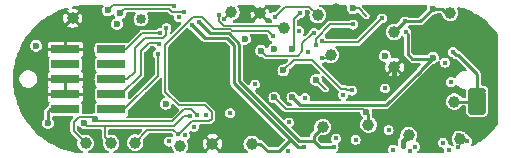
<source format=gbr>
G04 #@! TF.GenerationSoftware,KiCad,Pcbnew,6.0.9-8da3e8f707~116~ubuntu22.04.1*
G04 #@! TF.CreationDate,2022-12-14T17:19:13+01:00*
G04 #@! TF.ProjectId,nRF52832_qfaa,6e524635-3238-4333-925f-716661612e6b,rev?*
G04 #@! TF.SameCoordinates,Original*
G04 #@! TF.FileFunction,Copper,L4,Bot*
G04 #@! TF.FilePolarity,Positive*
%FSLAX45Y45*%
G04 Gerber Fmt 4.5, Leading zero omitted, Abs format (unit mm)*
G04 Created by KiCad (PCBNEW 6.0.9-8da3e8f707~116~ubuntu22.04.1) date 2022-12-14 17:19:13*
%MOMM*%
%LPD*%
G01*
G04 APERTURE LIST*
G04 #@! TA.AperFunction,SMDPad,CuDef*
%ADD10R,1.450000X1.450000*%
G04 #@! TD*
G04 #@! TA.AperFunction,ComponentPad*
%ADD11C,0.500000*%
G04 #@! TD*
G04 #@! TA.AperFunction,ComponentPad*
%ADD12C,0.908000*%
G04 #@! TD*
G04 #@! TA.AperFunction,ComponentPad*
%ADD13C,0.850000*%
G04 #@! TD*
G04 #@! TA.AperFunction,SMDPad,CuDef*
%ADD14R,2.400000X0.740000*%
G04 #@! TD*
G04 #@! TA.AperFunction,SMDPad,CuDef*
%ADD15C,1.000000*%
G04 #@! TD*
G04 #@! TA.AperFunction,ViaPad*
%ADD16C,0.600000*%
G04 #@! TD*
G04 #@! TA.AperFunction,ViaPad*
%ADD17C,0.450000*%
G04 #@! TD*
G04 #@! TA.AperFunction,ViaPad*
%ADD18C,0.800000*%
G04 #@! TD*
G04 #@! TA.AperFunction,Conductor*
%ADD19C,0.400000*%
G04 #@! TD*
G04 #@! TA.AperFunction,Conductor*
%ADD20C,0.254000*%
G04 #@! TD*
G04 #@! TA.AperFunction,Conductor*
%ADD21C,0.250000*%
G04 #@! TD*
G04 #@! TA.AperFunction,Conductor*
%ADD22C,0.127000*%
G04 #@! TD*
G04 #@! TA.AperFunction,Conductor*
%ADD23C,0.150000*%
G04 #@! TD*
G04 #@! TA.AperFunction,Conductor*
%ADD24C,0.200000*%
G04 #@! TD*
G04 #@! TA.AperFunction,Conductor*
%ADD25C,0.500000*%
G04 #@! TD*
G04 APERTURE END LIST*
D10*
X6520580Y-3144520D03*
D11*
X6473080Y-3097020D03*
X6568080Y-3097020D03*
X6568080Y-3192020D03*
X6473080Y-3192020D03*
D12*
X4745584Y-3644560D03*
X4745584Y-3524560D03*
X4745584Y-3404560D03*
X4745584Y-3284560D03*
X4625584Y-3644560D03*
X4625584Y-3524560D03*
X4625584Y-3404560D03*
X4625584Y-3284560D03*
X4505584Y-3644560D03*
X4505584Y-3524560D03*
X4505584Y-3404560D03*
X4505584Y-3284560D03*
X4385584Y-3644560D03*
X4385584Y-3524560D03*
X4385584Y-3404560D03*
X4385584Y-3284560D03*
D13*
X4051300Y-3022600D03*
D14*
X3410784Y-3790696D03*
X3800784Y-3790696D03*
X3410784Y-3663696D03*
X3800784Y-3663696D03*
X3410784Y-3536696D03*
X3800784Y-3536696D03*
X3410784Y-3409696D03*
X3800784Y-3409696D03*
X3410784Y-3282696D03*
X3800784Y-3282696D03*
D15*
X6196280Y-3133460D03*
X6896280Y-3708460D03*
X6896280Y-3358460D03*
X6196280Y-3433460D03*
X5057140Y-2974340D03*
X6753860Y-4043680D03*
X5656580Y-3329940D03*
X5976620Y-3919220D03*
X3797300Y-4076700D03*
X4000500Y-4071620D03*
X4988560Y-4081780D03*
X3472180Y-3017520D03*
X5257800Y-3098800D03*
X4655820Y-4079240D03*
X3581400Y-4076700D03*
X6316980Y-4008120D03*
X4381500Y-4099560D03*
X6703060Y-3723640D03*
X5547360Y-2992120D03*
X5588000Y-3939540D03*
X6667500Y-2971800D03*
X4815840Y-2966720D03*
D16*
X5935980Y-3667760D03*
X5684520Y-3695146D03*
D17*
X4100688Y-3663696D03*
X4233784Y-4023360D03*
X3928984Y-3083560D03*
X3890884Y-3134360D03*
X3801984Y-3147060D03*
X6845300Y-3037840D03*
X6964680Y-3121660D03*
X6628550Y-3464560D03*
X6977380Y-3365500D03*
X6441440Y-4064000D03*
X4144955Y-3274131D03*
D16*
X3326384Y-3282696D03*
D17*
X5305883Y-3831459D03*
X4754484Y-4087763D03*
X6537950Y-3881120D03*
D16*
X4151884Y-4120896D03*
D17*
X4192611Y-3080487D03*
D16*
X5713984Y-3858260D03*
D17*
X6537950Y-3716020D03*
D16*
X5104384Y-4019296D03*
D17*
X4919584Y-2997200D03*
D16*
X3192780Y-3832860D03*
D17*
X6017260Y-4130040D03*
X6101080Y-3210560D03*
D16*
X3631184Y-3981196D03*
D18*
X5702300Y-2933700D03*
D17*
X6384681Y-3312160D03*
X4652884Y-4087763D03*
X5003800Y-3223260D03*
D16*
X5468620Y-3434080D03*
X5051759Y-3637796D03*
D17*
X6537950Y-3827780D03*
D16*
X3638682Y-3483950D03*
X6464477Y-3998197D03*
D17*
X6537950Y-3769360D03*
X6177280Y-3528060D03*
D16*
X6977380Y-3223260D03*
D17*
X4144813Y-3375589D03*
X6278880Y-2980960D03*
X6654800Y-4132580D03*
X4498960Y-3936380D03*
X5292123Y-4143998D03*
D16*
X3262884Y-3904996D03*
X4930140Y-3192780D03*
D17*
X5867400Y-4046220D03*
X6809740Y-4058920D03*
X6370320Y-4104640D03*
X6738620Y-4112260D03*
X4805406Y-3821416D03*
D16*
X3162300Y-3251200D03*
X4259184Y-3743960D03*
D17*
X6736080Y-4010660D03*
X6184900Y-4130040D03*
X6609080Y-4071620D03*
X6327140Y-4140200D03*
X6118480Y-3612260D03*
D16*
X4381500Y-4099560D03*
X3568700Y-3905246D03*
D17*
X4461867Y-3846470D03*
X4194884Y-3321790D03*
D16*
X3732784Y-3790696D03*
D17*
X4198884Y-3233560D03*
D16*
X3732784Y-3663696D03*
D17*
X4214988Y-3143610D03*
D16*
X3701475Y-3282549D03*
X6520180Y-2939796D03*
D17*
X6284280Y-3045460D03*
D16*
X6189980Y-3134360D03*
X5255774Y-3459994D03*
D17*
X5834380Y-3629660D03*
D16*
X5532120Y-3540760D03*
D17*
X5581930Y-3208939D03*
X6088380Y-3020060D03*
X5531644Y-3241579D03*
X5844148Y-3070860D03*
D16*
X5842000Y-2933700D03*
D17*
X5514904Y-3141757D03*
D16*
X5067300Y-3294380D03*
D17*
X4411027Y-2965148D03*
D16*
X3873201Y-2975961D03*
X3770884Y-2952496D03*
D17*
X4328192Y-2918423D03*
D16*
X3847143Y-3066796D03*
D17*
X4372339Y-3010945D03*
X6691806Y-3305635D03*
X4709160Y-2991350D03*
X4757210Y-3027201D03*
X5460815Y-3306917D03*
D16*
X5180584Y-3689096D03*
X5955284Y-3810046D03*
D17*
X4284980Y-4061460D03*
D16*
X5177559Y-3278387D03*
D17*
X5016300Y-3578471D03*
D16*
X6113780Y-3337560D03*
D17*
X4424682Y-4009105D03*
X5701284Y-4036060D03*
X4520866Y-3835832D03*
D16*
X3662890Y-3868931D03*
X3707384Y-3536696D03*
D17*
X4265788Y-3103599D03*
X5581886Y-3353834D03*
X5390500Y-3128310D03*
X5171550Y-3172460D03*
X4361538Y-4000543D03*
X5681600Y-4110100D03*
X4540634Y-3054210D03*
X5430140Y-4110100D03*
X4483100Y-3078480D03*
X4604136Y-3834516D03*
X5440680Y-3690620D03*
X5302163Y-3900083D03*
X5763260Y-3665220D03*
D16*
X5332984Y-3282696D03*
D17*
X6677660Y-3561080D03*
X6624320Y-3393440D03*
X6268720Y-4102100D03*
X6296660Y-3134360D03*
D16*
X6521150Y-3352800D03*
D17*
X5398520Y-2975860D03*
D16*
X5332984Y-3689096D03*
D17*
X5184140Y-3004820D03*
X6146800Y-3967480D03*
D19*
X6177280Y-3528060D02*
X6177280Y-3528060D01*
D20*
X3257804Y-3282696D02*
X3213100Y-3327400D01*
X3219704Y-3536696D02*
X3410784Y-3536696D01*
D19*
X6196280Y-3433460D02*
X6196280Y-3509060D01*
D20*
X3231896Y-3663696D02*
X3213100Y-3644900D01*
D19*
X6196280Y-3509060D02*
X6177280Y-3528060D01*
D21*
X6896280Y-3291660D02*
X6896280Y-3358460D01*
D20*
X3213100Y-3327400D02*
X3213100Y-3568700D01*
D21*
X4919584Y-2997200D02*
X4970384Y-2946400D01*
X6977380Y-3223260D02*
X6964680Y-3223260D01*
D20*
X3213100Y-3644900D02*
X3213100Y-3568700D01*
D21*
X4970384Y-2946400D02*
X5054600Y-2946400D01*
D20*
X3213100Y-3543300D02*
X3219704Y-3536696D01*
D21*
X6964680Y-3223260D02*
X6896280Y-3291660D01*
D20*
X3326384Y-3282696D02*
X3257804Y-3282696D01*
X3410784Y-3663696D02*
X3231896Y-3663696D01*
X3213100Y-3568700D02*
X3213100Y-3543300D01*
X3262884Y-3904996D02*
X3262884Y-3811016D01*
X3262884Y-3811016D02*
X3283204Y-3790696D01*
X3283204Y-3790696D02*
X3410784Y-3790696D01*
D22*
X4413610Y-3846470D02*
X4330185Y-3929895D01*
X4461867Y-3846470D02*
X4413610Y-3846470D01*
X3797300Y-4076700D02*
X3746500Y-4025900D01*
X4330185Y-3929895D02*
X3593349Y-3929895D01*
X3746500Y-4025900D02*
X3746500Y-3937000D01*
X3593349Y-3929895D02*
X3568700Y-3905246D01*
D23*
X4194884Y-3505929D02*
X3910117Y-3790696D01*
X4194884Y-3321790D02*
X4194884Y-3505929D01*
X3910117Y-3790696D02*
X3800784Y-3790696D01*
X4116500Y-3229179D02*
X4050284Y-3295396D01*
X4050284Y-3497196D02*
X3883784Y-3663696D01*
X4198884Y-3233560D02*
X4194504Y-3229179D01*
X4050284Y-3295396D02*
X4050284Y-3497196D01*
X4194504Y-3229179D02*
X4116500Y-3229179D01*
X3883784Y-3663696D02*
X3800784Y-3663696D01*
X3923284Y-3282696D02*
X3800784Y-3282696D01*
X4062370Y-3143610D02*
X3923284Y-3282696D01*
X4214988Y-3143610D02*
X4062370Y-3143610D01*
D21*
X6196280Y-3133460D02*
X6190880Y-3133460D01*
X6520180Y-2939796D02*
X6597396Y-2939796D01*
X6190880Y-3133460D02*
X6189980Y-3134360D01*
X6520180Y-2939796D02*
X6414516Y-3045460D01*
X6284280Y-3045460D02*
X6196280Y-3133460D01*
X6414516Y-3045460D02*
X6284280Y-3045460D01*
X6597396Y-2939796D02*
X6654800Y-2997200D01*
D24*
X5344173Y-3371596D02*
X5255774Y-3459994D01*
D22*
X5448300Y-3365500D02*
X5442204Y-3371596D01*
D24*
X5500116Y-3371596D02*
X5442204Y-3371596D01*
X5834380Y-3629660D02*
X5794875Y-3629660D01*
X5782935Y-3617720D02*
X5746240Y-3617720D01*
X5746240Y-3617720D02*
X5500116Y-3371596D01*
X5442204Y-3371596D02*
X5344173Y-3371596D01*
X5794875Y-3629660D02*
X5782935Y-3617720D01*
D22*
X5610860Y-3619500D02*
X5613400Y-3619500D01*
X5532120Y-3540760D02*
X5610860Y-3619500D01*
D24*
X5885180Y-3223260D02*
X6088380Y-3020060D01*
X5596251Y-3223260D02*
X5885180Y-3223260D01*
X5581930Y-3208939D02*
X5596251Y-3223260D01*
X5844148Y-3067929D02*
X5844148Y-3070860D01*
X5652905Y-3070860D02*
X5844148Y-3070860D01*
X5531644Y-3192121D02*
X5652905Y-3070860D01*
X5892800Y-2933700D02*
X5956300Y-2997200D01*
X5531644Y-3241579D02*
X5531644Y-3192121D01*
X5842000Y-2933700D02*
X5892800Y-2933700D01*
X5847080Y-3064998D02*
X5844148Y-3067929D01*
D22*
X5415280Y-3296920D02*
X5377180Y-3335020D01*
X5415280Y-3230774D02*
X5415280Y-3296920D01*
X5496507Y-3149547D02*
X5415280Y-3230774D01*
X5377180Y-3335020D02*
X5107940Y-3335020D01*
X5107940Y-3335020D02*
X5067300Y-3294380D01*
D23*
X4312145Y-2965945D02*
X4284452Y-2938252D01*
X4390979Y-2965945D02*
X4312145Y-2965945D01*
X4284452Y-2938252D02*
X3910911Y-2938252D01*
X4391034Y-2966000D02*
X4390979Y-2965945D01*
X3910911Y-2938252D02*
X3873201Y-2975961D01*
X4411027Y-2965273D02*
X4410300Y-2966000D01*
X4411027Y-2965148D02*
X4411027Y-2965273D01*
X4410300Y-2966000D02*
X4391034Y-2966000D01*
X4328192Y-2918423D02*
X4318069Y-2908300D01*
X3815080Y-2908300D02*
X3770884Y-2952496D01*
X4318069Y-2908300D02*
X3815080Y-2908300D01*
D25*
X6896280Y-3634560D02*
X6896280Y-3708460D01*
X6946280Y-3633460D02*
X6946280Y-3633460D01*
X6846580Y-3633460D02*
X6946280Y-3633460D01*
X6946280Y-3808460D02*
X6946280Y-3658460D01*
D21*
X6731734Y-3328134D02*
X6714305Y-3328134D01*
X6896280Y-3577964D02*
X6897240Y-3577004D01*
X6714305Y-3328134D02*
X6714305Y-3328134D01*
X6717030Y-3330859D02*
X6714305Y-3328134D01*
D25*
X6946280Y-3633460D02*
X6896280Y-3633460D01*
D21*
X6897240Y-3493640D02*
X6731734Y-3328134D01*
X6703060Y-3723640D02*
X6881100Y-3723640D01*
D25*
X6896280Y-3808460D02*
X6846280Y-3808460D01*
D21*
X6897240Y-3577004D02*
X6897240Y-3493640D01*
D25*
X6896280Y-3808460D02*
X6946280Y-3808460D01*
D21*
X6881100Y-3723640D02*
X6896280Y-3708460D01*
D25*
X6896280Y-3708460D02*
X6896280Y-3808460D01*
D21*
X6714305Y-3328134D02*
X6691806Y-3305635D01*
X6896280Y-3633460D02*
X6896280Y-3577964D01*
D25*
X6896280Y-3633460D02*
X6896280Y-3634560D01*
X6846280Y-3633460D02*
X6846580Y-3633460D01*
X6846280Y-3808460D02*
X6846280Y-3633460D01*
D23*
X4749929Y-3083560D02*
X5242560Y-3083560D01*
X5242560Y-3083560D02*
X5257800Y-3098800D01*
X4709160Y-3042791D02*
X4749929Y-3083560D01*
X4709160Y-2991350D02*
X4709160Y-3042791D01*
X4757210Y-3027201D02*
X4757210Y-3025350D01*
X4757210Y-3025350D02*
X4815840Y-2966720D01*
D21*
X5976620Y-3831382D02*
X5955284Y-3810046D01*
D22*
X5180584Y-3689096D02*
X5277886Y-3786398D01*
X5177559Y-3278387D02*
X5156200Y-3299746D01*
X5277886Y-3786398D02*
X5931636Y-3786398D01*
X5931636Y-3786398D02*
X5955284Y-3810046D01*
D21*
X5976620Y-3919220D02*
X5976620Y-3831382D01*
D22*
X3662890Y-3868931D02*
X3647904Y-3853945D01*
X3686255Y-3892296D02*
X3662890Y-3868931D01*
X4520866Y-3835832D02*
X4475730Y-3790696D01*
X3479800Y-3898900D02*
X3479800Y-3975100D01*
X3524755Y-3853945D02*
X3479800Y-3898900D01*
X4475730Y-3790696D02*
X4418584Y-3790696D01*
X4316984Y-3892296D02*
X3686255Y-3892296D01*
X3647904Y-3853945D02*
X3524755Y-3853945D01*
X4418584Y-3790696D02*
X4316984Y-3892296D01*
X3479800Y-3975100D02*
X3581400Y-4076700D01*
D23*
X4265788Y-3156380D02*
X4233560Y-3188609D01*
X3999484Y-3269996D02*
X3999484Y-3473196D01*
X4080871Y-3188609D02*
X3999484Y-3269996D01*
X3935984Y-3536696D02*
X3800784Y-3536696D01*
X4233560Y-3188609D02*
X4080871Y-3188609D01*
X4265788Y-3103599D02*
X4265788Y-3156380D01*
X3999484Y-3473196D02*
X3935984Y-3536696D01*
D22*
X5581886Y-3353834D02*
X5632686Y-3353834D01*
X5632686Y-3353834D02*
X5656580Y-3329940D01*
X4378960Y-3754120D02*
X4376420Y-3756660D01*
X4104640Y-3967480D02*
X4104640Y-3962400D01*
X4650740Y-3815080D02*
X4589780Y-3754120D01*
X4667730Y-3113250D02*
X4808578Y-3113250D01*
X4489667Y-3009900D02*
X4564380Y-3009900D01*
X4480560Y-3891280D02*
X4630420Y-3891280D01*
X4371297Y-4000543D02*
X4480560Y-3891280D01*
X4630420Y-3891280D02*
X4650740Y-3870960D01*
X4361538Y-4000543D02*
X4371297Y-4000543D01*
X4650740Y-3870960D02*
X4650740Y-3815080D01*
X4376420Y-3756660D02*
X4373880Y-3756660D01*
X5125830Y-3126740D02*
X5171550Y-3172460D01*
X4373880Y-3756660D02*
X4257040Y-3639820D01*
X4564380Y-3009900D02*
X4667730Y-3113250D01*
X4589780Y-3754120D02*
X4378960Y-3754120D01*
X4323395Y-3962400D02*
X4361538Y-4000543D01*
X4000500Y-4071620D02*
X4104640Y-3967480D01*
X4257040Y-3242527D02*
X4489667Y-3009900D01*
X4257040Y-3639820D02*
X4257040Y-3242527D01*
X4808578Y-3113250D02*
X4822068Y-3126740D01*
X4104640Y-3962400D02*
X4323395Y-3962400D01*
X4822068Y-3126740D02*
X5125830Y-3126740D01*
D21*
X5588000Y-3939540D02*
X5515320Y-4012220D01*
D20*
X4794474Y-3147300D02*
X4881880Y-3234706D01*
X5565520Y-4110100D02*
X5681600Y-4110100D01*
X5515320Y-4059900D02*
X5565520Y-4110100D01*
X4636175Y-3147300D02*
X4794474Y-3147300D01*
X4879100Y-3457180D02*
X4879100Y-3549426D01*
X4540634Y-3054210D02*
X4543085Y-3054210D01*
X4879100Y-3549426D02*
X5389574Y-4059900D01*
X4881880Y-3454400D02*
X4879100Y-3457180D01*
X4543085Y-3054210D02*
X4636175Y-3147300D01*
X5389574Y-4059900D02*
X5515320Y-4059900D01*
D21*
X5515320Y-4012220D02*
X5515320Y-4059900D01*
D20*
X4881880Y-3234706D02*
X4881880Y-3454400D01*
X4592320Y-3187700D02*
X4777740Y-3187700D01*
X4838700Y-3566160D02*
X5313680Y-4041140D01*
X4483100Y-3078480D02*
X4592320Y-3187700D01*
X5313680Y-4041140D02*
X5382640Y-4110100D01*
X4777740Y-3187700D02*
X4838700Y-3248660D01*
D21*
X5123180Y-4142740D02*
X5222671Y-4142740D01*
D20*
X4838700Y-3248660D02*
X4838700Y-3566160D01*
D21*
X4988560Y-4081780D02*
X5062220Y-4081780D01*
X5222671Y-4142740D02*
X5313680Y-4051731D01*
D20*
X5382640Y-4110100D02*
X5430140Y-4110100D01*
D21*
X5062220Y-4081780D02*
X5123180Y-4142740D01*
X5313680Y-4051731D02*
X5313680Y-4041140D01*
D22*
X5340604Y-3282696D02*
X5346700Y-3276600D01*
D21*
X6418580Y-3455370D02*
X6418580Y-3462020D01*
X6307867Y-3320947D02*
X6307867Y-3155460D01*
X6128004Y-3752596D02*
X5396484Y-3752596D01*
X6521150Y-3352800D02*
X6511790Y-3362160D01*
D19*
X6268720Y-4056380D02*
X6316980Y-4008120D01*
X6268720Y-4102100D02*
X6268720Y-4056380D01*
D21*
X5396484Y-3752596D02*
X5332984Y-3689096D01*
X6349080Y-3362160D02*
X6307867Y-3320947D01*
X6521150Y-3352800D02*
X6418580Y-3455370D01*
D22*
X5332984Y-3282696D02*
X5340604Y-3282696D01*
X5346700Y-3027680D02*
X5398520Y-2975860D01*
X5346700Y-3276600D02*
X5346700Y-3027680D01*
D21*
X6511790Y-3362160D02*
X6349080Y-3362160D01*
X6418580Y-3462020D02*
X6128004Y-3752596D01*
D22*
X5476240Y-2921000D02*
X5547360Y-2992120D01*
X5184140Y-3004820D02*
X5267960Y-2921000D01*
X5267960Y-2921000D02*
X5476240Y-2921000D01*
G04 #@! TA.AperFunction,Conductor*
G36*
X4445622Y-3101931D02*
G01*
X4448381Y-3103936D01*
X4457778Y-3113333D01*
X4458542Y-3113722D01*
X4458542Y-3113722D01*
X4459545Y-3114233D01*
X4469787Y-3119452D01*
X4473620Y-3120059D01*
X4475758Y-3120398D01*
X4481761Y-3123456D01*
X4567815Y-3209510D01*
X4568457Y-3210211D01*
X4570944Y-3213175D01*
X4571770Y-3213652D01*
X4571770Y-3213652D01*
X4572135Y-3213863D01*
X4574295Y-3215110D01*
X4575096Y-3215620D01*
X4578266Y-3217839D01*
X4579187Y-3218086D01*
X4579645Y-3218300D01*
X4580120Y-3218473D01*
X4580946Y-3218950D01*
X4584258Y-3219534D01*
X4584756Y-3219622D01*
X4585684Y-3219827D01*
X4588500Y-3220582D01*
X4588501Y-3220582D01*
X4589422Y-3220829D01*
X4590371Y-3220746D01*
X4590372Y-3220746D01*
X4593275Y-3220491D01*
X4594226Y-3220450D01*
X4759660Y-3220450D01*
X4766067Y-3222532D01*
X4767367Y-3223642D01*
X4802758Y-3259033D01*
X4805816Y-3265035D01*
X4805950Y-3266740D01*
X4805950Y-3564254D01*
X4805909Y-3565205D01*
X4805657Y-3568075D01*
X4805571Y-3569058D01*
X4805818Y-3569979D01*
X4805818Y-3569980D01*
X4806573Y-3572796D01*
X4806778Y-3573724D01*
X4807450Y-3577534D01*
X4807927Y-3578360D01*
X4808100Y-3578835D01*
X4808314Y-3579293D01*
X4808561Y-3580214D01*
X4810729Y-3583311D01*
X4810780Y-3583383D01*
X4811290Y-3584185D01*
X4813225Y-3587536D01*
X4816189Y-3590023D01*
X4816889Y-3590665D01*
X5265094Y-4038869D01*
X5268152Y-4044872D01*
X5267098Y-4051525D01*
X5265094Y-4054284D01*
X5212381Y-4106997D01*
X5206378Y-4110056D01*
X5204673Y-4110190D01*
X5141178Y-4110190D01*
X5134771Y-4108108D01*
X5133470Y-4106997D01*
X5086578Y-4060105D01*
X5085935Y-4059404D01*
X5084499Y-4057693D01*
X5083466Y-4056461D01*
X5080137Y-4054539D01*
X5079336Y-4054028D01*
X5076188Y-4051825D01*
X5075267Y-4051578D01*
X5074818Y-4051368D01*
X5074350Y-4051198D01*
X5073525Y-4050721D01*
X5069741Y-4050054D01*
X5068814Y-4049849D01*
X5065101Y-4048854D01*
X5064151Y-4048937D01*
X5064151Y-4048937D01*
X5061273Y-4049188D01*
X5060323Y-4049230D01*
X5056927Y-4049230D01*
X5050520Y-4047148D01*
X5047944Y-4044504D01*
X5041863Y-4035656D01*
X5041863Y-4035656D01*
X5041491Y-4035115D01*
X5041001Y-4034678D01*
X5041001Y-4034678D01*
X5029323Y-4024273D01*
X5029323Y-4024273D01*
X5028832Y-4023836D01*
X5013848Y-4015902D01*
X5013211Y-4015742D01*
X5013211Y-4015742D01*
X4998041Y-4011932D01*
X4998041Y-4011932D01*
X4997404Y-4011772D01*
X4988875Y-4011727D01*
X4981106Y-4011686D01*
X4981106Y-4011686D01*
X4980450Y-4011683D01*
X4963963Y-4015641D01*
X4963379Y-4015943D01*
X4963379Y-4015943D01*
X4958739Y-4018337D01*
X4948897Y-4023417D01*
X4948402Y-4023849D01*
X4948402Y-4023849D01*
X4937227Y-4033598D01*
X4936120Y-4034563D01*
X4934213Y-4037277D01*
X4926805Y-4047817D01*
X4926371Y-4048435D01*
X4920212Y-4064231D01*
X4920127Y-4064882D01*
X4920127Y-4064883D01*
X4918085Y-4080390D01*
X4917999Y-4081041D01*
X4919860Y-4097893D01*
X4920086Y-4098511D01*
X4920086Y-4098511D01*
X4924311Y-4110056D01*
X4925687Y-4113816D01*
X4935143Y-4127888D01*
X4935629Y-4128330D01*
X4935629Y-4128330D01*
X4946278Y-4138020D01*
X4947683Y-4139299D01*
X4953227Y-4142309D01*
X4954372Y-4142931D01*
X4959010Y-4147817D01*
X4959889Y-4154496D01*
X4956674Y-4160417D01*
X4950594Y-4163317D01*
X4949171Y-4163410D01*
X4709600Y-4163410D01*
X4703193Y-4161328D01*
X4699233Y-4155878D01*
X4699233Y-4149142D01*
X4701398Y-4145330D01*
X4702526Y-4144042D01*
X4702009Y-4143107D01*
X4657041Y-4098138D01*
X4655732Y-4097472D01*
X4655178Y-4097559D01*
X4609933Y-4142805D01*
X4609273Y-4144101D01*
X4610286Y-4145231D01*
X4613016Y-4151390D01*
X4611603Y-4157976D01*
X4606589Y-4162475D01*
X4602173Y-4163410D01*
X4443138Y-4163410D01*
X4436731Y-4161328D01*
X4432771Y-4155878D01*
X4432771Y-4149142D01*
X4434286Y-4146149D01*
X4442953Y-4134088D01*
X4443336Y-4133555D01*
X4444780Y-4129962D01*
X4449415Y-4118433D01*
X4449415Y-4118432D01*
X4449660Y-4117823D01*
X4452049Y-4101038D01*
X4452056Y-4100347D01*
X4452061Y-4099917D01*
X4452061Y-4099917D01*
X4452065Y-4099560D01*
X4450028Y-4082728D01*
X4449795Y-4082113D01*
X4449795Y-4082113D01*
X4448514Y-4078722D01*
X4575381Y-4078722D01*
X4577014Y-4095372D01*
X4577265Y-4096556D01*
X4582546Y-4112430D01*
X4583054Y-4113530D01*
X4590005Y-4125007D01*
X4591059Y-4125917D01*
X4591975Y-4125407D01*
X4636922Y-4080461D01*
X4637499Y-4079328D01*
X4674052Y-4079328D01*
X4674139Y-4079882D01*
X4719366Y-4125109D01*
X4720673Y-4125774D01*
X4721365Y-4125158D01*
X4727087Y-4116546D01*
X4727640Y-4115470D01*
X4733581Y-4099831D01*
X4733882Y-4098657D01*
X4736247Y-4081828D01*
X4736300Y-4081145D01*
X4736321Y-4079583D01*
X4736288Y-4078900D01*
X4734394Y-4062009D01*
X4734125Y-4060829D01*
X4728624Y-4045030D01*
X4728100Y-4043937D01*
X4721593Y-4033524D01*
X4720506Y-4032612D01*
X4719629Y-4033108D01*
X4674718Y-4078019D01*
X4674052Y-4079328D01*
X4637499Y-4079328D01*
X4637588Y-4079152D01*
X4637501Y-4078598D01*
X4592234Y-4033332D01*
X4590949Y-4032677D01*
X4590231Y-4033325D01*
X4584040Y-4042932D01*
X4583501Y-4044016D01*
X4577780Y-4059737D01*
X4577495Y-4060915D01*
X4575398Y-4077511D01*
X4575381Y-4078722D01*
X4448514Y-4078722D01*
X4444267Y-4067482D01*
X4444035Y-4066868D01*
X4443662Y-4066326D01*
X4443662Y-4066326D01*
X4440961Y-4062396D01*
X4439048Y-4055936D01*
X4441297Y-4049586D01*
X4444996Y-4046510D01*
X4445199Y-4046406D01*
X4448462Y-4044743D01*
X4449240Y-4044347D01*
X4449240Y-4044347D01*
X4450004Y-4043958D01*
X4459535Y-4034427D01*
X4459958Y-4033598D01*
X4461773Y-4030035D01*
X4465654Y-4022417D01*
X4465788Y-4021570D01*
X4465789Y-4021570D01*
X4466905Y-4014518D01*
X4609169Y-4014518D01*
X4609672Y-4015414D01*
X4654599Y-4060342D01*
X4655908Y-4061008D01*
X4656462Y-4060921D01*
X4701753Y-4015630D01*
X4702402Y-4014355D01*
X4701737Y-4013624D01*
X4691626Y-4007208D01*
X4690537Y-4006677D01*
X4674778Y-4001065D01*
X4673598Y-4000789D01*
X4656987Y-3998808D01*
X4655776Y-3998799D01*
X4639139Y-4000548D01*
X4637955Y-4000808D01*
X4622119Y-4006199D01*
X4621023Y-4006715D01*
X4610080Y-4013447D01*
X4609169Y-4014518D01*
X4466905Y-4014518D01*
X4467629Y-4009952D01*
X4467763Y-4009105D01*
X4467380Y-4006688D01*
X4465789Y-3996640D01*
X4465788Y-3996640D01*
X4465654Y-3995792D01*
X4461183Y-3987017D01*
X4460129Y-3980363D01*
X4463188Y-3974361D01*
X4469190Y-3971303D01*
X4475844Y-3972357D01*
X4480808Y-3974886D01*
X4485647Y-3977352D01*
X4486495Y-3977486D01*
X4486495Y-3977486D01*
X4498113Y-3979326D01*
X4498960Y-3979460D01*
X4499807Y-3979326D01*
X4511425Y-3977486D01*
X4511425Y-3977486D01*
X4512273Y-3977352D01*
X4524282Y-3971233D01*
X4533813Y-3961702D01*
X4534859Y-3959650D01*
X4536411Y-3956603D01*
X4539932Y-3949693D01*
X4540066Y-3948845D01*
X4540066Y-3948845D01*
X4541906Y-3937227D01*
X4542040Y-3936380D01*
X4541556Y-3933322D01*
X4541075Y-3930285D01*
X4542129Y-3923631D01*
X4546893Y-3918868D01*
X4551841Y-3917680D01*
X4626746Y-3917680D01*
X4628873Y-3917889D01*
X4629367Y-3917988D01*
X4629367Y-3917988D01*
X4630420Y-3918197D01*
X4631473Y-3917988D01*
X4631968Y-3917889D01*
X4633020Y-3917680D01*
X4640721Y-3916148D01*
X4649453Y-3910313D01*
X4650330Y-3909002D01*
X4651685Y-3907350D01*
X4666810Y-3892225D01*
X4668462Y-3890870D01*
X4668881Y-3890590D01*
X4669773Y-3889993D01*
X4675608Y-3881261D01*
X4677140Y-3873560D01*
X4677140Y-3873560D01*
X4677202Y-3873248D01*
X4677448Y-3872013D01*
X4677657Y-3870960D01*
X4677349Y-3869413D01*
X4677140Y-3867287D01*
X4677140Y-3821416D01*
X4762326Y-3821416D01*
X4762460Y-3822264D01*
X4764300Y-3833881D01*
X4764300Y-3833882D01*
X4764434Y-3834729D01*
X4770553Y-3846738D01*
X4780084Y-3856269D01*
X4780848Y-3856658D01*
X4780848Y-3856659D01*
X4783446Y-3857982D01*
X4792094Y-3862388D01*
X4792941Y-3862523D01*
X4792941Y-3862523D01*
X4804559Y-3864363D01*
X4805406Y-3864497D01*
X4806253Y-3864363D01*
X4817871Y-3862523D01*
X4817871Y-3862523D01*
X4818719Y-3862388D01*
X4827366Y-3857982D01*
X4829964Y-3856659D01*
X4829964Y-3856658D01*
X4830728Y-3856269D01*
X4840259Y-3846738D01*
X4846378Y-3834729D01*
X4846512Y-3833882D01*
X4846512Y-3833881D01*
X4848352Y-3822264D01*
X4848487Y-3821416D01*
X4847657Y-3816180D01*
X4846512Y-3808951D01*
X4846512Y-3808951D01*
X4846378Y-3808104D01*
X4841421Y-3798375D01*
X4840648Y-3796858D01*
X4840648Y-3796858D01*
X4840259Y-3796094D01*
X4830728Y-3786564D01*
X4828685Y-3785522D01*
X4826328Y-3784322D01*
X4818719Y-3780445D01*
X4817871Y-3780310D01*
X4817871Y-3780310D01*
X4806253Y-3778470D01*
X4805406Y-3778336D01*
X4804559Y-3778470D01*
X4792941Y-3780310D01*
X4792941Y-3780310D01*
X4792094Y-3780445D01*
X4784484Y-3784322D01*
X4782128Y-3785522D01*
X4780084Y-3786564D01*
X4770553Y-3796094D01*
X4770164Y-3796858D01*
X4770164Y-3796858D01*
X4769391Y-3798375D01*
X4764434Y-3808104D01*
X4764300Y-3808951D01*
X4764300Y-3808951D01*
X4763155Y-3816180D01*
X4762326Y-3821416D01*
X4677140Y-3821416D01*
X4677140Y-3818754D01*
X4677349Y-3816627D01*
X4677448Y-3816133D01*
X4677448Y-3816133D01*
X4677657Y-3815080D01*
X4676270Y-3808104D01*
X4675608Y-3804779D01*
X4673411Y-3801491D01*
X4671246Y-3798251D01*
X4671246Y-3798251D01*
X4669773Y-3796047D01*
X4668462Y-3795170D01*
X4666810Y-3793815D01*
X4611045Y-3738050D01*
X4609690Y-3736398D01*
X4609410Y-3735979D01*
X4608813Y-3735087D01*
X4600081Y-3729252D01*
X4592380Y-3727720D01*
X4589780Y-3727203D01*
X4588727Y-3727412D01*
X4588727Y-3727412D01*
X4588233Y-3727511D01*
X4586106Y-3727720D01*
X4386790Y-3727720D01*
X4380383Y-3725638D01*
X4379083Y-3724527D01*
X4286633Y-3632077D01*
X4283574Y-3626075D01*
X4283440Y-3624370D01*
X4283440Y-3257977D01*
X4285522Y-3251570D01*
X4286633Y-3250269D01*
X4432966Y-3103936D01*
X4438969Y-3100878D01*
X4445622Y-3101931D01*
G37*
G04 #@! TD.AperFunction*
G04 #@! TA.AperFunction,Conductor*
G36*
X6741846Y-2922478D02*
G01*
X6764731Y-2928528D01*
X6765500Y-2928762D01*
X6786036Y-2935850D01*
X6805217Y-2942470D01*
X6805967Y-2942760D01*
X6844564Y-2959361D01*
X6845290Y-2959705D01*
X6882558Y-2979109D01*
X6883257Y-2979506D01*
X6901228Y-2990621D01*
X6918991Y-3001607D01*
X6919659Y-3002055D01*
X6927273Y-3007580D01*
X6953665Y-3026731D01*
X6954297Y-3027227D01*
X6986190Y-3054177D01*
X6986390Y-3054345D01*
X6986983Y-3054886D01*
X7016989Y-3084299D01*
X7017541Y-3084883D01*
X7045294Y-3116429D01*
X7045802Y-3117053D01*
X7067136Y-3145253D01*
X7069211Y-3150139D01*
X7074358Y-3182941D01*
X7076098Y-3194034D01*
X7076230Y-3195724D01*
X7076230Y-3877641D01*
X7076059Y-3879566D01*
X7069493Y-3916148D01*
X7069388Y-3916731D01*
X7067353Y-3921381D01*
X7045802Y-3949868D01*
X7045293Y-3950491D01*
X7042502Y-3953664D01*
X7017541Y-3982037D01*
X7016989Y-3982620D01*
X6986983Y-4012034D01*
X6986390Y-4012574D01*
X6954657Y-4039389D01*
X6954298Y-4039693D01*
X6953665Y-4040189D01*
X6936155Y-4052895D01*
X6919659Y-4064865D01*
X6918991Y-4065313D01*
X6911757Y-4069787D01*
X6883615Y-4087192D01*
X6883257Y-4087413D01*
X6882558Y-4087811D01*
X6859306Y-4099917D01*
X6858121Y-4100534D01*
X6851477Y-4101646D01*
X6845448Y-4098641D01*
X6842337Y-4092666D01*
X6843332Y-4086003D01*
X6844105Y-4084730D01*
X6844593Y-4084242D01*
X6850712Y-4072233D01*
X6850846Y-4071385D01*
X6850846Y-4071385D01*
X6852686Y-4059767D01*
X6852820Y-4058920D01*
X6852423Y-4056410D01*
X6850846Y-4046455D01*
X6850846Y-4046455D01*
X6850712Y-4045607D01*
X6845143Y-4034678D01*
X6844982Y-4034362D01*
X6844982Y-4034362D01*
X6844593Y-4033598D01*
X6835062Y-4024067D01*
X6834135Y-4023595D01*
X6823817Y-4018337D01*
X6823817Y-4018337D01*
X6823053Y-4017948D01*
X6823067Y-4017920D01*
X6818050Y-4014275D01*
X6816671Y-4011721D01*
X6816659Y-4011686D01*
X6816394Y-4010988D01*
X6812072Y-4004699D01*
X6807163Y-3997556D01*
X6807163Y-3997556D01*
X6806791Y-3997015D01*
X6806301Y-3996578D01*
X6806301Y-3996578D01*
X6794623Y-3986173D01*
X6794622Y-3986173D01*
X6794132Y-3985736D01*
X6779148Y-3977802D01*
X6778511Y-3977642D01*
X6778511Y-3977642D01*
X6763341Y-3973832D01*
X6763341Y-3973832D01*
X6762704Y-3973672D01*
X6759741Y-3973656D01*
X6754850Y-3972468D01*
X6749393Y-3969688D01*
X6748545Y-3969554D01*
X6748545Y-3969554D01*
X6736927Y-3967714D01*
X6736080Y-3967580D01*
X6735233Y-3967714D01*
X6723615Y-3969554D01*
X6723615Y-3969554D01*
X6722767Y-3969688D01*
X6715218Y-3973535D01*
X6711582Y-3975387D01*
X6710758Y-3975807D01*
X6701227Y-3985338D01*
X6700838Y-3986102D01*
X6700838Y-3986102D01*
X6695609Y-3996365D01*
X6695108Y-3997347D01*
X6694974Y-3998194D01*
X6694974Y-3998194D01*
X6693848Y-4005305D01*
X6692280Y-4009175D01*
X6692360Y-4009218D01*
X6692049Y-4009797D01*
X6691671Y-4010335D01*
X6685512Y-4026131D01*
X6685427Y-4026782D01*
X6685427Y-4026783D01*
X6683473Y-4041620D01*
X6683299Y-4042941D01*
X6685160Y-4059793D01*
X6685386Y-4060411D01*
X6685386Y-4060411D01*
X6689402Y-4071385D01*
X6690987Y-4075716D01*
X6691353Y-4076261D01*
X6696167Y-4083424D01*
X6698012Y-4089903D01*
X6695697Y-4096230D01*
X6690106Y-4099987D01*
X6683373Y-4099740D01*
X6680722Y-4098327D01*
X6680122Y-4097727D01*
X6678278Y-4096787D01*
X6676327Y-4095793D01*
X6668113Y-4091608D01*
X6660228Y-4090359D01*
X6654226Y-4087301D01*
X6651168Y-4081299D01*
X6651168Y-4077888D01*
X6652026Y-4072467D01*
X6652160Y-4071620D01*
X6651090Y-4064865D01*
X6650186Y-4059155D01*
X6650186Y-4059155D01*
X6650052Y-4058307D01*
X6645277Y-4048937D01*
X6644322Y-4047062D01*
X6644322Y-4047062D01*
X6643933Y-4046298D01*
X6634402Y-4036767D01*
X6633167Y-4036138D01*
X6629681Y-4034362D01*
X6622393Y-4030648D01*
X6621545Y-4030514D01*
X6621545Y-4030514D01*
X6609927Y-4028674D01*
X6609080Y-4028540D01*
X6608233Y-4028674D01*
X6596615Y-4030514D01*
X6596615Y-4030514D01*
X6595767Y-4030648D01*
X6588478Y-4034362D01*
X6584993Y-4036138D01*
X6583758Y-4036767D01*
X6574227Y-4046298D01*
X6573838Y-4047062D01*
X6573838Y-4047062D01*
X6572883Y-4048937D01*
X6568108Y-4058307D01*
X6567974Y-4059155D01*
X6567974Y-4059155D01*
X6567069Y-4064865D01*
X6566000Y-4071620D01*
X6566134Y-4072467D01*
X6567974Y-4084085D01*
X6567974Y-4084085D01*
X6568108Y-4084933D01*
X6571798Y-4092175D01*
X6573219Y-4094963D01*
X6574227Y-4096942D01*
X6583758Y-4106473D01*
X6584522Y-4106862D01*
X6584522Y-4106862D01*
X6585284Y-4107250D01*
X6595767Y-4112592D01*
X6603652Y-4113841D01*
X6609654Y-4116899D01*
X6612712Y-4122901D01*
X6612712Y-4126311D01*
X6612122Y-4130040D01*
X6611720Y-4132580D01*
X6611854Y-4133427D01*
X6613694Y-4145045D01*
X6613694Y-4145045D01*
X6613828Y-4145893D01*
X6614218Y-4146657D01*
X6614218Y-4146658D01*
X6614514Y-4147239D01*
X6615568Y-4153893D01*
X6612509Y-4159895D01*
X6606507Y-4162953D01*
X6605205Y-4163080D01*
X6603472Y-4163144D01*
X6599683Y-4163284D01*
X6598491Y-4163171D01*
X6597512Y-4163169D01*
X6596316Y-4162894D01*
X6595119Y-4163165D01*
X6595011Y-4163165D01*
X6592820Y-4163410D01*
X6394104Y-4163410D01*
X6387697Y-4161328D01*
X6383737Y-4155878D01*
X6383737Y-4149142D01*
X6387697Y-4143692D01*
X6389155Y-4142798D01*
X6394878Y-4139882D01*
X6394878Y-4139882D01*
X6395642Y-4139493D01*
X6405173Y-4129962D01*
X6406004Y-4128330D01*
X6408048Y-4124319D01*
X6411292Y-4117953D01*
X6411426Y-4117105D01*
X6411426Y-4117105D01*
X6413266Y-4105487D01*
X6413400Y-4104640D01*
X6412982Y-4102000D01*
X6411426Y-4092175D01*
X6411426Y-4092175D01*
X6411292Y-4091327D01*
X6405173Y-4079318D01*
X6395642Y-4069787D01*
X6394348Y-4069128D01*
X6391119Y-4067482D01*
X6383633Y-4063668D01*
X6382785Y-4063534D01*
X6381969Y-4063269D01*
X6382020Y-4063114D01*
X6376866Y-4060489D01*
X6373808Y-4054487D01*
X6374861Y-4047833D01*
X6375722Y-4046421D01*
X6376246Y-4045692D01*
X6378816Y-4042115D01*
X6380722Y-4037373D01*
X6384895Y-4026993D01*
X6384895Y-4026992D01*
X6385140Y-4026383D01*
X6387529Y-4009598D01*
X6387544Y-4008120D01*
X6385508Y-3991288D01*
X6385275Y-3990673D01*
X6385275Y-3990673D01*
X6379843Y-3976297D01*
X6379514Y-3975428D01*
X6374634Y-3968327D01*
X6370283Y-3961996D01*
X6370283Y-3961996D01*
X6369911Y-3961455D01*
X6369421Y-3961018D01*
X6369421Y-3961018D01*
X6357743Y-3950613D01*
X6357742Y-3950613D01*
X6357252Y-3950176D01*
X6342268Y-3942242D01*
X6341631Y-3942082D01*
X6341631Y-3942082D01*
X6326461Y-3938272D01*
X6326461Y-3938272D01*
X6325824Y-3938112D01*
X6317294Y-3938067D01*
X6309526Y-3938026D01*
X6309526Y-3938026D01*
X6308869Y-3938023D01*
X6292383Y-3941981D01*
X6291799Y-3942283D01*
X6291799Y-3942283D01*
X6289780Y-3943325D01*
X6277317Y-3949757D01*
X6276822Y-3950189D01*
X6276822Y-3950189D01*
X6268094Y-3957803D01*
X6264540Y-3960903D01*
X6264162Y-3961441D01*
X6255566Y-3973672D01*
X6254791Y-3974775D01*
X6248632Y-3990571D01*
X6248547Y-3991222D01*
X6248547Y-3991223D01*
X6246591Y-4006080D01*
X6246419Y-4007381D01*
X6246703Y-4009951D01*
X6247303Y-4015381D01*
X6245936Y-4021978D01*
X6244176Y-4024285D01*
X6238172Y-4030289D01*
X6238171Y-4030289D01*
X6235915Y-4032546D01*
X6234957Y-4034427D01*
X6234856Y-4034625D01*
X6233962Y-4036083D01*
X6232590Y-4037971D01*
X6232325Y-4038787D01*
X6231869Y-4040191D01*
X6231215Y-4041770D01*
X6230155Y-4043850D01*
X6229790Y-4046155D01*
X6229391Y-4047817D01*
X6228992Y-4049047D01*
X6228670Y-4050037D01*
X6228670Y-4084658D01*
X6228137Y-4088025D01*
X6227748Y-4088787D01*
X6227614Y-4089634D01*
X6227425Y-4090216D01*
X6223465Y-4095665D01*
X6217058Y-4097747D01*
X6210723Y-4095689D01*
X6210222Y-4095187D01*
X6209328Y-4094732D01*
X6206775Y-4093431D01*
X6198213Y-4089068D01*
X6197365Y-4088934D01*
X6197365Y-4088934D01*
X6185747Y-4087094D01*
X6184900Y-4086960D01*
X6184053Y-4087094D01*
X6172435Y-4088934D01*
X6172435Y-4088934D01*
X6171587Y-4089068D01*
X6163025Y-4093431D01*
X6160472Y-4094732D01*
X6159578Y-4095187D01*
X6150047Y-4104718D01*
X6143928Y-4116727D01*
X6143794Y-4117575D01*
X6143794Y-4117575D01*
X6142495Y-4125774D01*
X6141820Y-4130040D01*
X6141954Y-4130887D01*
X6143794Y-4142505D01*
X6143794Y-4142505D01*
X6143928Y-4143353D01*
X6144318Y-4144117D01*
X6144318Y-4144117D01*
X6146073Y-4147562D01*
X6147126Y-4154215D01*
X6144068Y-4160217D01*
X6138066Y-4163276D01*
X6136361Y-4163410D01*
X5714780Y-4163410D01*
X5708373Y-4161328D01*
X5704413Y-4155878D01*
X5704413Y-4149142D01*
X5707072Y-4144802D01*
X5716453Y-4135422D01*
X5717404Y-4133555D01*
X5719231Y-4129970D01*
X5722572Y-4123413D01*
X5722706Y-4122565D01*
X5722706Y-4122565D01*
X5724546Y-4110947D01*
X5724680Y-4110100D01*
X5724367Y-4108119D01*
X5722706Y-4097635D01*
X5722706Y-4097635D01*
X5722572Y-4096787D01*
X5718757Y-4089300D01*
X5717885Y-4087590D01*
X5716832Y-4080936D01*
X5719890Y-4074934D01*
X5722649Y-4072929D01*
X5725842Y-4071302D01*
X5725842Y-4071302D01*
X5726606Y-4070913D01*
X5736137Y-4061382D01*
X5737145Y-4059404D01*
X5739164Y-4055440D01*
X5742256Y-4049373D01*
X5742390Y-4048525D01*
X5742390Y-4048525D01*
X5742755Y-4046220D01*
X5824320Y-4046220D01*
X5824454Y-4047067D01*
X5826294Y-4058685D01*
X5826294Y-4058685D01*
X5826428Y-4059533D01*
X5829154Y-4064883D01*
X5831317Y-4069128D01*
X5832547Y-4071542D01*
X5842078Y-4081073D01*
X5842842Y-4081462D01*
X5842842Y-4081462D01*
X5844120Y-4082113D01*
X5854087Y-4087192D01*
X5854935Y-4087326D01*
X5854935Y-4087326D01*
X5866553Y-4089166D01*
X5867400Y-4089300D01*
X5868247Y-4089166D01*
X5879865Y-4087326D01*
X5879865Y-4087326D01*
X5880713Y-4087192D01*
X5890680Y-4082113D01*
X5891958Y-4081462D01*
X5891958Y-4081462D01*
X5892722Y-4081073D01*
X5902253Y-4071542D01*
X5903483Y-4069128D01*
X5905646Y-4064883D01*
X5908372Y-4059533D01*
X5908506Y-4058685D01*
X5908506Y-4058685D01*
X5910346Y-4047067D01*
X5910480Y-4046220D01*
X5910246Y-4044743D01*
X5908506Y-4033755D01*
X5908506Y-4033755D01*
X5908372Y-4032907D01*
X5902253Y-4020898D01*
X5892722Y-4011367D01*
X5891897Y-4010947D01*
X5888742Y-4009339D01*
X5880713Y-4005248D01*
X5879865Y-4005114D01*
X5879865Y-4005114D01*
X5868247Y-4003274D01*
X5867400Y-4003140D01*
X5866553Y-4003274D01*
X5854935Y-4005114D01*
X5854935Y-4005114D01*
X5854087Y-4005248D01*
X5846058Y-4009339D01*
X5842903Y-4010947D01*
X5842078Y-4011367D01*
X5832547Y-4020898D01*
X5826428Y-4032907D01*
X5826294Y-4033755D01*
X5826294Y-4033755D01*
X5824553Y-4044743D01*
X5824320Y-4046220D01*
X5742755Y-4046220D01*
X5744230Y-4036907D01*
X5744364Y-4036060D01*
X5743865Y-4032907D01*
X5742390Y-4023595D01*
X5742390Y-4023595D01*
X5742256Y-4022747D01*
X5737616Y-4013641D01*
X5736526Y-4011502D01*
X5736526Y-4011502D01*
X5736137Y-4010738D01*
X5726606Y-4001207D01*
X5725823Y-4000808D01*
X5721509Y-3998610D01*
X5714597Y-3995088D01*
X5713749Y-3994954D01*
X5713749Y-3994954D01*
X5702131Y-3993114D01*
X5701284Y-3992980D01*
X5700437Y-3993114D01*
X5688819Y-3994954D01*
X5688819Y-3994954D01*
X5687971Y-3995088D01*
X5681059Y-3998610D01*
X5676745Y-4000808D01*
X5675962Y-4001207D01*
X5666431Y-4010738D01*
X5666042Y-4011502D01*
X5666042Y-4011502D01*
X5664952Y-4013641D01*
X5660312Y-4022747D01*
X5660178Y-4023595D01*
X5660178Y-4023595D01*
X5658703Y-4032907D01*
X5658204Y-4036060D01*
X5658338Y-4036907D01*
X5660178Y-4048525D01*
X5660178Y-4048525D01*
X5660312Y-4049373D01*
X5661840Y-4052371D01*
X5664999Y-4058570D01*
X5666052Y-4065224D01*
X5662994Y-4071226D01*
X5660235Y-4073231D01*
X5657043Y-4074857D01*
X5657042Y-4074858D01*
X5656278Y-4075247D01*
X5656151Y-4075374D01*
X5650070Y-4077350D01*
X5583601Y-4077350D01*
X5577194Y-4075268D01*
X5575893Y-4074157D01*
X5551063Y-4049327D01*
X5548004Y-4043325D01*
X5547870Y-4041620D01*
X5547870Y-4030217D01*
X5549952Y-4023811D01*
X5551063Y-4022510D01*
X5562670Y-4010902D01*
X5568673Y-4007844D01*
X5573144Y-4008066D01*
X5578423Y-4009452D01*
X5585880Y-4009569D01*
X5594719Y-4009708D01*
X5594719Y-4009708D01*
X5595376Y-4009718D01*
X5596016Y-4009571D01*
X5596017Y-4009571D01*
X5605994Y-4007286D01*
X5611903Y-4005933D01*
X5620501Y-4001608D01*
X5626462Y-3998610D01*
X5626463Y-3998610D01*
X5627050Y-3998315D01*
X5637802Y-3989132D01*
X5639443Y-3987730D01*
X5639443Y-3987730D01*
X5639942Y-3987303D01*
X5649836Y-3973535D01*
X5651005Y-3970626D01*
X5655915Y-3958413D01*
X5655915Y-3958412D01*
X5656160Y-3957803D01*
X5658549Y-3941018D01*
X5658556Y-3940327D01*
X5658561Y-3939897D01*
X5658561Y-3939897D01*
X5658564Y-3939540D01*
X5656528Y-3922708D01*
X5656295Y-3922093D01*
X5656295Y-3922093D01*
X5650767Y-3907462D01*
X5650534Y-3906848D01*
X5645796Y-3899953D01*
X5641303Y-3893416D01*
X5641303Y-3893416D01*
X5640931Y-3892875D01*
X5640441Y-3892438D01*
X5640441Y-3892438D01*
X5628763Y-3882033D01*
X5628762Y-3882033D01*
X5628272Y-3881596D01*
X5613288Y-3873662D01*
X5612651Y-3873502D01*
X5612651Y-3873502D01*
X5597481Y-3869692D01*
X5597481Y-3869692D01*
X5596844Y-3869532D01*
X5588315Y-3869487D01*
X5580546Y-3869446D01*
X5580546Y-3869446D01*
X5579890Y-3869443D01*
X5563403Y-3873401D01*
X5562819Y-3873703D01*
X5562819Y-3873703D01*
X5555189Y-3877641D01*
X5548337Y-3881177D01*
X5547842Y-3881609D01*
X5547842Y-3881609D01*
X5537015Y-3891054D01*
X5535560Y-3892323D01*
X5535182Y-3892861D01*
X5526547Y-3905148D01*
X5525811Y-3906195D01*
X5519652Y-3921991D01*
X5519567Y-3922642D01*
X5519567Y-3922643D01*
X5517531Y-3938108D01*
X5517439Y-3938801D01*
X5519031Y-3953215D01*
X5519300Y-3955653D01*
X5519169Y-3955668D01*
X5518661Y-3961704D01*
X5516321Y-3965187D01*
X5493645Y-3987863D01*
X5492944Y-3988504D01*
X5490001Y-3990974D01*
X5488079Y-3994303D01*
X5487569Y-3995104D01*
X5485365Y-3998252D01*
X5485118Y-3999173D01*
X5484908Y-3999622D01*
X5484738Y-4000090D01*
X5484261Y-4000915D01*
X5483943Y-4002722D01*
X5483594Y-4004699D01*
X5483389Y-4005626D01*
X5482394Y-4009339D01*
X5482477Y-4010289D01*
X5482477Y-4010289D01*
X5482729Y-4013167D01*
X5482770Y-4014117D01*
X5482770Y-4016250D01*
X5480688Y-4022657D01*
X5475238Y-4026616D01*
X5471870Y-4027150D01*
X5407655Y-4027150D01*
X5401248Y-4025068D01*
X5399947Y-4023957D01*
X5326822Y-3950832D01*
X5323764Y-3944830D01*
X5324817Y-3938176D01*
X5327539Y-3934990D01*
X5327485Y-3934936D01*
X5337016Y-3925405D01*
X5343135Y-3913395D01*
X5343269Y-3912548D01*
X5343269Y-3912548D01*
X5345109Y-3900930D01*
X5345243Y-3900083D01*
X5344889Y-3897847D01*
X5343269Y-3887618D01*
X5343269Y-3887617D01*
X5343135Y-3886770D01*
X5337980Y-3876653D01*
X5337405Y-3875525D01*
X5337405Y-3875525D01*
X5337016Y-3874761D01*
X5327485Y-3865230D01*
X5325783Y-3864363D01*
X5323038Y-3862964D01*
X5315475Y-3859111D01*
X5314628Y-3858977D01*
X5314628Y-3858977D01*
X5303010Y-3857137D01*
X5302163Y-3857002D01*
X5301316Y-3857137D01*
X5289698Y-3858977D01*
X5289698Y-3858977D01*
X5288850Y-3859111D01*
X5281287Y-3862964D01*
X5278543Y-3864363D01*
X5276841Y-3865230D01*
X5267310Y-3874761D01*
X5267205Y-3874656D01*
X5262489Y-3878083D01*
X5255753Y-3878083D01*
X5251413Y-3875424D01*
X5015233Y-3639243D01*
X5012175Y-3633241D01*
X5013229Y-3626587D01*
X5017992Y-3621824D01*
X5021235Y-3620770D01*
X5029612Y-3619443D01*
X5041622Y-3613324D01*
X5051152Y-3603793D01*
X5057272Y-3591784D01*
X5057406Y-3590937D01*
X5057406Y-3590936D01*
X5059246Y-3579319D01*
X5059380Y-3578471D01*
X5058847Y-3575106D01*
X5057406Y-3566006D01*
X5057406Y-3566006D01*
X5057272Y-3565159D01*
X5051672Y-3554170D01*
X5051542Y-3553913D01*
X5051542Y-3553913D01*
X5051152Y-3553149D01*
X5041622Y-3543619D01*
X5029612Y-3537500D01*
X5028765Y-3537365D01*
X5028765Y-3537365D01*
X5017147Y-3535525D01*
X5016300Y-3535391D01*
X5015452Y-3535525D01*
X5003835Y-3537365D01*
X5003834Y-3537365D01*
X5002987Y-3537500D01*
X4990978Y-3543619D01*
X4981447Y-3553149D01*
X4981058Y-3553913D01*
X4981058Y-3553913D01*
X4980927Y-3554170D01*
X4975328Y-3565159D01*
X4974118Y-3572796D01*
X4974001Y-3573536D01*
X4970943Y-3579538D01*
X4964940Y-3582596D01*
X4958287Y-3581542D01*
X4955528Y-3579538D01*
X4915043Y-3539053D01*
X4911984Y-3533050D01*
X4911850Y-3531345D01*
X4911850Y-3470728D01*
X4912507Y-3466999D01*
X4912653Y-3466600D01*
X4913130Y-3465774D01*
X4913802Y-3461964D01*
X4914007Y-3461036D01*
X4914762Y-3458220D01*
X4914762Y-3458219D01*
X4915009Y-3457298D01*
X4914672Y-3453445D01*
X4914630Y-3452494D01*
X4914630Y-3253660D01*
X4916712Y-3247253D01*
X4922162Y-3243293D01*
X4925730Y-3242762D01*
X4935614Y-3242943D01*
X4935614Y-3242943D01*
X4936390Y-3242957D01*
X4950222Y-3239186D01*
X4962439Y-3231684D01*
X4963730Y-3230259D01*
X4971539Y-3221631D01*
X4972060Y-3221055D01*
X4978311Y-3208153D01*
X4980184Y-3197018D01*
X4980620Y-3194431D01*
X4980620Y-3194431D01*
X4980690Y-3194015D01*
X4980705Y-3192780D01*
X4978672Y-3178588D01*
X4974109Y-3168551D01*
X4973352Y-3161858D01*
X4976675Y-3155997D01*
X4982807Y-3153209D01*
X4984031Y-3153140D01*
X5110380Y-3153140D01*
X5116787Y-3155222D01*
X5118087Y-3156332D01*
X5125411Y-3163656D01*
X5128470Y-3169659D01*
X5128604Y-3171364D01*
X5128604Y-3171613D01*
X5128470Y-3172460D01*
X5128604Y-3173307D01*
X5130444Y-3184925D01*
X5130444Y-3184925D01*
X5130578Y-3185773D01*
X5136697Y-3197782D01*
X5146228Y-3207313D01*
X5146992Y-3207702D01*
X5146992Y-3207702D01*
X5148502Y-3208471D01*
X5156787Y-3212693D01*
X5157074Y-3212839D01*
X5161838Y-3217603D01*
X5162891Y-3224256D01*
X5159833Y-3230259D01*
X5157011Y-3232202D01*
X5156912Y-3232230D01*
X5156255Y-3232645D01*
X5145493Y-3239435D01*
X5144787Y-3239880D01*
X5135297Y-3250626D01*
X5134967Y-3251329D01*
X5134967Y-3251329D01*
X5129633Y-3262689D01*
X5129204Y-3263604D01*
X5129113Y-3264188D01*
X5125298Y-3269637D01*
X5118928Y-3271830D01*
X5112486Y-3269861D01*
X5109921Y-3267186D01*
X5109898Y-3267137D01*
X5109377Y-3266532D01*
X5103690Y-3259932D01*
X5100540Y-3256276D01*
X5088510Y-3248478D01*
X5086432Y-3247857D01*
X5075518Y-3244593D01*
X5075518Y-3244593D01*
X5074774Y-3244371D01*
X5067606Y-3244327D01*
X5061214Y-3244288D01*
X5061214Y-3244288D01*
X5060438Y-3244283D01*
X5059691Y-3244496D01*
X5059691Y-3244496D01*
X5047399Y-3248009D01*
X5047399Y-3248009D01*
X5046653Y-3248223D01*
X5045996Y-3248637D01*
X5036015Y-3254935D01*
X5034528Y-3255873D01*
X5025038Y-3266619D01*
X5024708Y-3267322D01*
X5024708Y-3267322D01*
X5019275Y-3278893D01*
X5019275Y-3278893D01*
X5018945Y-3279596D01*
X5018825Y-3280364D01*
X5017016Y-3291985D01*
X5016739Y-3293762D01*
X5018598Y-3307978D01*
X5024372Y-3321100D01*
X5024871Y-3321694D01*
X5024872Y-3321695D01*
X5033045Y-3331418D01*
X5033597Y-3332075D01*
X5045531Y-3340019D01*
X5046272Y-3340250D01*
X5058475Y-3344063D01*
X5058475Y-3344063D01*
X5059216Y-3344294D01*
X5066383Y-3344426D01*
X5072774Y-3344543D01*
X5072774Y-3344543D01*
X5073550Y-3344557D01*
X5074113Y-3344404D01*
X5080641Y-3345660D01*
X5083081Y-3347496D01*
X5086675Y-3351090D01*
X5088030Y-3352742D01*
X5088907Y-3354053D01*
X5097639Y-3359888D01*
X5105340Y-3361420D01*
X5105340Y-3361420D01*
X5105341Y-3361420D01*
X5106887Y-3361728D01*
X5106887Y-3361728D01*
X5107940Y-3361937D01*
X5109487Y-3361629D01*
X5111613Y-3361420D01*
X5285537Y-3361420D01*
X5291944Y-3363502D01*
X5295903Y-3368952D01*
X5295903Y-3375688D01*
X5293244Y-3380027D01*
X5266507Y-3406765D01*
X5260504Y-3409823D01*
X5258732Y-3409957D01*
X5249689Y-3409902D01*
X5249688Y-3409902D01*
X5248912Y-3409897D01*
X5248165Y-3410111D01*
X5248165Y-3410111D01*
X5235874Y-3413624D01*
X5235874Y-3413624D01*
X5235127Y-3413837D01*
X5223002Y-3421487D01*
X5213512Y-3432233D01*
X5213182Y-3432936D01*
X5213182Y-3432936D01*
X5207749Y-3444507D01*
X5207749Y-3444508D01*
X5207419Y-3445211D01*
X5207300Y-3445978D01*
X5205394Y-3458220D01*
X5205214Y-3459377D01*
X5207072Y-3473592D01*
X5212846Y-3486715D01*
X5213346Y-3487309D01*
X5213346Y-3487309D01*
X5221513Y-3497025D01*
X5222071Y-3497689D01*
X5234006Y-3505633D01*
X5234747Y-3505865D01*
X5246949Y-3509677D01*
X5246949Y-3509677D01*
X5247690Y-3509909D01*
X5255448Y-3510051D01*
X5261248Y-3510157D01*
X5261249Y-3510157D01*
X5262024Y-3510171D01*
X5275856Y-3506400D01*
X5288074Y-3498899D01*
X5288655Y-3498256D01*
X5295247Y-3490973D01*
X5297694Y-3488270D01*
X5303945Y-3475368D01*
X5306112Y-3462488D01*
X5306254Y-3461645D01*
X5306254Y-3461645D01*
X5306324Y-3461230D01*
X5306339Y-3459994D01*
X5306101Y-3458335D01*
X5307254Y-3451698D01*
X5309184Y-3449082D01*
X5353427Y-3404838D01*
X5359430Y-3401780D01*
X5361135Y-3401646D01*
X5483154Y-3401646D01*
X5489561Y-3403728D01*
X5490861Y-3404838D01*
X5562121Y-3476098D01*
X5565179Y-3482101D01*
X5564126Y-3488754D01*
X5559362Y-3493518D01*
X5552709Y-3494571D01*
X5551291Y-3494249D01*
X5540338Y-3490973D01*
X5540338Y-3490973D01*
X5539594Y-3490751D01*
X5532426Y-3490707D01*
X5526034Y-3490668D01*
X5526034Y-3490668D01*
X5525258Y-3490663D01*
X5524511Y-3490876D01*
X5524511Y-3490876D01*
X5512219Y-3494389D01*
X5512219Y-3494389D01*
X5511473Y-3494603D01*
X5510816Y-3495017D01*
X5504664Y-3498899D01*
X5499348Y-3502253D01*
X5489858Y-3512999D01*
X5489528Y-3513702D01*
X5489528Y-3513702D01*
X5484095Y-3525273D01*
X5484095Y-3525273D01*
X5483765Y-3525976D01*
X5483645Y-3526744D01*
X5481971Y-3537500D01*
X5481559Y-3540142D01*
X5483418Y-3554358D01*
X5489192Y-3567480D01*
X5489691Y-3568074D01*
X5489692Y-3568075D01*
X5497918Y-3577861D01*
X5498417Y-3578455D01*
X5510351Y-3586399D01*
X5511092Y-3586630D01*
X5523295Y-3590443D01*
X5523295Y-3590443D01*
X5524036Y-3590674D01*
X5531203Y-3590806D01*
X5537594Y-3590923D01*
X5537594Y-3590923D01*
X5538370Y-3590937D01*
X5538933Y-3590784D01*
X5545461Y-3592040D01*
X5547901Y-3593876D01*
X5569157Y-3615132D01*
X5589595Y-3635570D01*
X5590951Y-3637222D01*
X5591827Y-3638533D01*
X5594031Y-3640006D01*
X5594031Y-3640006D01*
X5594033Y-3640007D01*
X5594033Y-3640008D01*
X5595436Y-3640945D01*
X5600559Y-3644368D01*
X5601612Y-3644578D01*
X5601612Y-3644578D01*
X5609807Y-3646208D01*
X5610860Y-3646417D01*
X5611913Y-3646208D01*
X5611913Y-3646208D01*
X5612407Y-3646109D01*
X5614534Y-3645900D01*
X5616000Y-3645900D01*
X5623701Y-3644368D01*
X5632433Y-3638533D01*
X5638268Y-3629801D01*
X5640317Y-3619500D01*
X5638268Y-3609199D01*
X5632433Y-3600467D01*
X5623701Y-3594632D01*
X5623802Y-3594481D01*
X5621917Y-3593221D01*
X5584918Y-3556223D01*
X5581860Y-3550221D01*
X5581877Y-3546707D01*
X5582600Y-3542411D01*
X5582600Y-3542411D01*
X5582670Y-3541995D01*
X5582685Y-3540760D01*
X5580652Y-3526568D01*
X5578910Y-3522736D01*
X5578153Y-3516042D01*
X5581476Y-3510182D01*
X5587608Y-3507393D01*
X5594208Y-3508742D01*
X5596540Y-3510517D01*
X5721238Y-3635215D01*
X5721473Y-3635487D01*
X5721697Y-3635947D01*
X5722435Y-3636631D01*
X5722935Y-3637304D01*
X5725084Y-3643689D01*
X5723896Y-3648751D01*
X5722678Y-3651143D01*
X5722678Y-3651143D01*
X5722288Y-3651907D01*
X5722154Y-3652755D01*
X5722154Y-3652755D01*
X5720713Y-3661853D01*
X5720180Y-3665220D01*
X5720314Y-3666067D01*
X5722154Y-3677685D01*
X5722154Y-3677685D01*
X5722288Y-3678533D01*
X5724057Y-3682005D01*
X5727448Y-3688659D01*
X5728407Y-3690542D01*
X5737938Y-3700073D01*
X5738563Y-3700391D01*
X5742477Y-3705777D01*
X5742477Y-3712514D01*
X5738517Y-3717964D01*
X5732110Y-3720046D01*
X5491229Y-3720046D01*
X5484822Y-3717964D01*
X5480862Y-3712514D01*
X5480862Y-3705778D01*
X5481089Y-3705231D01*
X5481262Y-3704697D01*
X5481652Y-3703933D01*
X5481786Y-3703085D01*
X5481786Y-3703085D01*
X5483626Y-3691467D01*
X5483760Y-3690620D01*
X5482226Y-3680931D01*
X5481786Y-3678155D01*
X5481786Y-3678155D01*
X5481652Y-3677307D01*
X5475533Y-3665298D01*
X5466002Y-3655767D01*
X5453993Y-3649648D01*
X5453145Y-3649514D01*
X5453145Y-3649514D01*
X5441527Y-3647674D01*
X5440680Y-3647540D01*
X5439833Y-3647674D01*
X5428215Y-3649514D01*
X5428215Y-3649514D01*
X5427367Y-3649648D01*
X5415358Y-3655767D01*
X5405827Y-3665298D01*
X5405438Y-3666062D01*
X5405438Y-3666062D01*
X5403308Y-3670242D01*
X5401166Y-3674447D01*
X5400943Y-3674884D01*
X5396179Y-3679647D01*
X5389526Y-3680701D01*
X5383523Y-3677643D01*
X5381308Y-3674447D01*
X5381195Y-3674197D01*
X5375582Y-3661853D01*
X5366224Y-3650992D01*
X5354194Y-3643194D01*
X5350617Y-3642125D01*
X5341202Y-3639309D01*
X5341202Y-3639309D01*
X5340458Y-3639087D01*
X5333290Y-3639043D01*
X5326898Y-3639004D01*
X5326898Y-3639004D01*
X5326122Y-3638999D01*
X5325375Y-3639212D01*
X5325375Y-3639212D01*
X5313083Y-3642725D01*
X5313083Y-3642725D01*
X5312337Y-3642939D01*
X5311680Y-3643353D01*
X5300954Y-3650121D01*
X5300212Y-3650589D01*
X5290722Y-3661335D01*
X5290392Y-3662038D01*
X5290392Y-3662038D01*
X5284959Y-3673609D01*
X5284959Y-3673609D01*
X5284629Y-3674312D01*
X5284509Y-3675080D01*
X5283634Y-3680701D01*
X5282423Y-3688478D01*
X5284282Y-3702694D01*
X5290056Y-3715816D01*
X5290555Y-3716410D01*
X5290556Y-3716411D01*
X5298782Y-3726197D01*
X5299281Y-3726791D01*
X5311215Y-3734735D01*
X5319397Y-3737291D01*
X5323887Y-3738694D01*
X5329382Y-3742591D01*
X5331536Y-3748974D01*
X5329527Y-3755404D01*
X5324123Y-3759426D01*
X5320637Y-3759998D01*
X5293336Y-3759998D01*
X5286929Y-3757916D01*
X5285629Y-3756805D01*
X5233382Y-3704559D01*
X5230324Y-3698557D01*
X5230341Y-3695043D01*
X5231064Y-3690747D01*
X5231064Y-3690747D01*
X5231134Y-3690331D01*
X5231149Y-3689096D01*
X5229116Y-3674904D01*
X5223182Y-3661853D01*
X5213824Y-3650992D01*
X5201794Y-3643194D01*
X5198217Y-3642125D01*
X5188802Y-3639309D01*
X5188802Y-3639309D01*
X5188058Y-3639087D01*
X5180890Y-3639043D01*
X5174498Y-3639004D01*
X5174498Y-3639004D01*
X5173722Y-3638999D01*
X5172975Y-3639212D01*
X5172975Y-3639212D01*
X5160683Y-3642725D01*
X5160683Y-3642725D01*
X5159937Y-3642939D01*
X5159280Y-3643353D01*
X5148554Y-3650121D01*
X5147812Y-3650589D01*
X5138322Y-3661335D01*
X5137992Y-3662038D01*
X5137992Y-3662038D01*
X5132559Y-3673609D01*
X5132559Y-3673609D01*
X5132229Y-3674312D01*
X5132109Y-3675080D01*
X5131234Y-3680701D01*
X5130023Y-3688478D01*
X5131882Y-3702694D01*
X5137656Y-3715816D01*
X5138155Y-3716410D01*
X5138156Y-3716411D01*
X5146382Y-3726197D01*
X5146881Y-3726791D01*
X5158815Y-3734735D01*
X5159556Y-3734966D01*
X5171759Y-3738779D01*
X5171759Y-3738779D01*
X5172500Y-3739010D01*
X5179667Y-3739142D01*
X5186058Y-3739259D01*
X5186058Y-3739259D01*
X5186834Y-3739273D01*
X5187397Y-3739120D01*
X5193925Y-3740376D01*
X5196365Y-3742212D01*
X5256621Y-3802468D01*
X5257976Y-3804120D01*
X5258853Y-3805431D01*
X5267585Y-3811266D01*
X5275286Y-3812798D01*
X5275286Y-3812798D01*
X5275287Y-3812798D01*
X5276833Y-3813106D01*
X5276833Y-3813106D01*
X5277886Y-3813315D01*
X5279433Y-3813007D01*
X5281559Y-3812798D01*
X5895596Y-3812798D01*
X5902003Y-3814880D01*
X5905963Y-3820330D01*
X5906404Y-3822285D01*
X5906481Y-3822873D01*
X5906481Y-3822874D01*
X5906582Y-3823644D01*
X5912356Y-3836766D01*
X5912855Y-3837360D01*
X5912855Y-3837361D01*
X5920236Y-3846141D01*
X5921581Y-3847741D01*
X5925914Y-3850625D01*
X5926952Y-3851316D01*
X5931132Y-3856599D01*
X5931408Y-3863330D01*
X5928077Y-3868603D01*
X5924676Y-3871571D01*
X5924675Y-3871571D01*
X5924180Y-3872003D01*
X5923086Y-3873560D01*
X5915449Y-3884427D01*
X5914431Y-3885875D01*
X5908272Y-3901671D01*
X5908187Y-3902322D01*
X5908187Y-3902323D01*
X5906145Y-3917830D01*
X5906059Y-3918481D01*
X5907920Y-3935333D01*
X5908146Y-3935951D01*
X5908146Y-3935951D01*
X5913453Y-3950455D01*
X5913747Y-3951256D01*
X5923203Y-3965328D01*
X5923689Y-3965770D01*
X5923689Y-3965770D01*
X5935257Y-3976297D01*
X5935743Y-3976739D01*
X5936321Y-3977053D01*
X5950066Y-3984516D01*
X5950066Y-3984516D01*
X5950643Y-3984829D01*
X5951279Y-3984996D01*
X5951279Y-3984996D01*
X5960075Y-3987303D01*
X5967043Y-3989132D01*
X5974098Y-3989242D01*
X5983339Y-3989388D01*
X5983339Y-3989388D01*
X5983996Y-3989398D01*
X5984636Y-3989251D01*
X5984637Y-3989251D01*
X5995471Y-3986770D01*
X6000523Y-3985613D01*
X6013022Y-3979326D01*
X6015082Y-3978290D01*
X6015083Y-3978290D01*
X6015670Y-3977995D01*
X6027707Y-3967714D01*
X6027981Y-3967480D01*
X6103720Y-3967480D01*
X6103854Y-3968327D01*
X6105694Y-3979945D01*
X6105694Y-3979945D01*
X6105828Y-3980793D01*
X6109145Y-3987303D01*
X6110969Y-3990882D01*
X6111947Y-3992802D01*
X6121478Y-4002333D01*
X6133487Y-4008452D01*
X6134335Y-4008586D01*
X6134335Y-4008586D01*
X6145953Y-4010426D01*
X6146800Y-4010560D01*
X6147647Y-4010426D01*
X6159265Y-4008586D01*
X6159265Y-4008586D01*
X6160113Y-4008452D01*
X6172122Y-4002333D01*
X6181653Y-3992802D01*
X6182631Y-3990882D01*
X6184454Y-3987303D01*
X6187772Y-3980793D01*
X6187906Y-3979945D01*
X6187906Y-3979945D01*
X6189746Y-3968327D01*
X6189880Y-3967480D01*
X6188926Y-3961455D01*
X6187906Y-3955015D01*
X6187906Y-3955015D01*
X6187772Y-3954167D01*
X6182748Y-3944307D01*
X6182042Y-3942922D01*
X6182042Y-3942922D01*
X6181653Y-3942158D01*
X6172122Y-3932627D01*
X6170981Y-3932046D01*
X6164415Y-3928700D01*
X6160113Y-3926508D01*
X6159265Y-3926374D01*
X6159265Y-3926374D01*
X6147647Y-3924534D01*
X6146800Y-3924400D01*
X6145953Y-3924534D01*
X6134335Y-3926374D01*
X6134335Y-3926374D01*
X6133487Y-3926508D01*
X6129185Y-3928700D01*
X6122619Y-3932046D01*
X6121478Y-3932627D01*
X6111947Y-3942158D01*
X6111558Y-3942922D01*
X6111558Y-3942922D01*
X6110852Y-3944307D01*
X6105828Y-3954167D01*
X6105694Y-3955015D01*
X6105694Y-3955015D01*
X6104674Y-3961455D01*
X6103720Y-3967480D01*
X6027981Y-3967480D01*
X6028063Y-3967410D01*
X6028063Y-3967410D01*
X6028562Y-3966983D01*
X6038456Y-3953215D01*
X6041065Y-3946724D01*
X6044535Y-3938093D01*
X6044535Y-3938092D01*
X6044780Y-3937483D01*
X6047169Y-3920698D01*
X6047184Y-3919220D01*
X6045148Y-3902388D01*
X6044915Y-3901773D01*
X6044915Y-3901773D01*
X6040127Y-3889101D01*
X6039154Y-3886528D01*
X6035190Y-3880759D01*
X6029923Y-3873096D01*
X6029923Y-3873096D01*
X6029551Y-3872555D01*
X6029061Y-3872118D01*
X6029061Y-3872118D01*
X6017383Y-3861713D01*
X6017382Y-3861713D01*
X6016892Y-3861276D01*
X6014970Y-3860258D01*
X6010281Y-3855420D01*
X6009170Y-3850625D01*
X6009170Y-3833279D01*
X6009211Y-3832329D01*
X6009463Y-3829451D01*
X6009463Y-3829451D01*
X6009546Y-3828501D01*
X6008551Y-3824788D01*
X6008346Y-3823861D01*
X6007844Y-3821017D01*
X6007679Y-3820077D01*
X6007202Y-3819252D01*
X6007032Y-3818784D01*
X6006822Y-3818334D01*
X6006584Y-3817446D01*
X6006584Y-3817443D01*
X6006583Y-3817441D01*
X6006578Y-3817422D01*
X6006581Y-3817421D01*
X6005862Y-3812128D01*
X6005726Y-3812116D01*
X6005764Y-3811697D01*
X6005834Y-3811281D01*
X6005849Y-3810046D01*
X6005110Y-3804885D01*
X6004065Y-3797591D01*
X6005217Y-3790954D01*
X6010051Y-3786262D01*
X6014855Y-3785146D01*
X6126107Y-3785146D01*
X6127057Y-3785187D01*
X6129934Y-3785439D01*
X6129935Y-3785439D01*
X6130885Y-3785522D01*
X6134598Y-3784527D01*
X6135525Y-3784322D01*
X6138369Y-3783820D01*
X6139308Y-3783655D01*
X6140134Y-3783178D01*
X6140602Y-3783008D01*
X6141051Y-3782798D01*
X6141972Y-3782551D01*
X6145120Y-3780347D01*
X6145921Y-3779837D01*
X6149249Y-3777915D01*
X6149862Y-3777185D01*
X6149863Y-3777185D01*
X6151720Y-3774972D01*
X6152362Y-3774271D01*
X6203731Y-3722901D01*
X6632499Y-3722901D01*
X6634360Y-3739753D01*
X6634586Y-3740371D01*
X6634586Y-3740371D01*
X6636599Y-3745873D01*
X6640187Y-3755676D01*
X6649643Y-3769748D01*
X6650129Y-3770190D01*
X6650129Y-3770190D01*
X6661481Y-3780520D01*
X6662183Y-3781159D01*
X6662761Y-3781473D01*
X6676506Y-3788936D01*
X6676506Y-3788936D01*
X6677083Y-3789249D01*
X6677719Y-3789416D01*
X6677719Y-3789416D01*
X6683581Y-3790954D01*
X6693483Y-3793552D01*
X6700538Y-3793662D01*
X6709779Y-3793808D01*
X6709779Y-3793808D01*
X6710436Y-3793818D01*
X6711076Y-3793671D01*
X6711077Y-3793671D01*
X6720941Y-3791412D01*
X6726963Y-3790033D01*
X6739315Y-3783820D01*
X6741522Y-3782710D01*
X6741523Y-3782710D01*
X6742110Y-3782415D01*
X6755002Y-3771403D01*
X6762672Y-3760729D01*
X6768101Y-3756741D01*
X6771524Y-3756190D01*
X6790330Y-3756190D01*
X6796737Y-3758272D01*
X6800696Y-3763722D01*
X6801230Y-3767090D01*
X6801230Y-3802049D01*
X6801089Y-3803278D01*
X6801109Y-3803279D01*
X6801045Y-3804092D01*
X6800861Y-3804885D01*
X6800919Y-3805698D01*
X6800919Y-3805698D01*
X6801203Y-3809706D01*
X6801230Y-3810476D01*
X6801230Y-3811845D01*
X6801290Y-3812247D01*
X6801401Y-3812984D01*
X6801495Y-3813834D01*
X6801578Y-3815011D01*
X6801749Y-3817422D01*
X6801818Y-3818398D01*
X6802112Y-3819158D01*
X6802246Y-3819758D01*
X6802433Y-3820464D01*
X6802614Y-3821051D01*
X6802735Y-3821856D01*
X6803087Y-3822590D01*
X6803088Y-3822591D01*
X6804716Y-3825981D01*
X6805056Y-3826767D01*
X6805727Y-3828501D01*
X6806706Y-3831033D01*
X6807210Y-3831672D01*
X6807514Y-3832205D01*
X6807902Y-3832827D01*
X6808246Y-3833333D01*
X6808599Y-3834068D01*
X6811093Y-3836766D01*
X6811705Y-3837428D01*
X6812260Y-3838078D01*
X6815093Y-3841671D01*
X6815763Y-3842134D01*
X6816210Y-3842554D01*
X6816764Y-3843035D01*
X6817242Y-3843417D01*
X6817795Y-3844016D01*
X6821752Y-3846314D01*
X6822474Y-3846772D01*
X6826237Y-3849373D01*
X6827014Y-3849619D01*
X6827562Y-3849887D01*
X6828240Y-3850187D01*
X6828805Y-3850411D01*
X6829509Y-3850820D01*
X6833844Y-3851824D01*
X6833966Y-3851853D01*
X6834791Y-3852079D01*
X6838560Y-3853271D01*
X6838561Y-3853271D01*
X6839153Y-3853458D01*
X6839814Y-3853510D01*
X6840027Y-3853510D01*
X6840242Y-3853518D01*
X6840240Y-3853552D01*
X6841098Y-3853651D01*
X6841099Y-3853631D01*
X6841912Y-3853695D01*
X6842705Y-3853878D01*
X6843518Y-3853821D01*
X6843518Y-3853821D01*
X6847526Y-3853537D01*
X6848296Y-3853510D01*
X6889869Y-3853510D01*
X6891098Y-3853651D01*
X6891099Y-3853631D01*
X6891912Y-3853695D01*
X6892705Y-3853878D01*
X6893518Y-3853821D01*
X6893518Y-3853821D01*
X6897526Y-3853537D01*
X6898296Y-3853510D01*
X6939869Y-3853510D01*
X6941098Y-3853651D01*
X6941099Y-3853631D01*
X6941912Y-3853695D01*
X6942705Y-3853878D01*
X6943518Y-3853821D01*
X6943518Y-3853821D01*
X6947526Y-3853537D01*
X6948296Y-3853510D01*
X6949665Y-3853510D01*
X6950804Y-3853339D01*
X6951654Y-3853245D01*
X6953618Y-3853106D01*
X6955405Y-3852979D01*
X6955406Y-3852979D01*
X6956218Y-3852922D01*
X6956978Y-3852628D01*
X6957578Y-3852494D01*
X6958284Y-3852306D01*
X6958871Y-3852126D01*
X6959676Y-3852005D01*
X6960410Y-3851652D01*
X6960411Y-3851652D01*
X6963801Y-3850024D01*
X6964587Y-3849684D01*
X6968092Y-3848328D01*
X6968853Y-3848034D01*
X6969492Y-3847529D01*
X6970025Y-3847226D01*
X6970647Y-3846838D01*
X6971153Y-3846494D01*
X6971888Y-3846141D01*
X6975248Y-3843035D01*
X6975898Y-3842480D01*
X6978851Y-3840152D01*
X6979491Y-3839647D01*
X6979954Y-3838977D01*
X6980374Y-3838530D01*
X6980855Y-3837976D01*
X6981237Y-3837498D01*
X6981836Y-3836945D01*
X6982664Y-3835519D01*
X6983276Y-3834466D01*
X6984134Y-3832988D01*
X6984592Y-3832266D01*
X6985445Y-3831033D01*
X6987193Y-3828503D01*
X6987439Y-3827726D01*
X6987707Y-3827178D01*
X6988007Y-3826500D01*
X6988231Y-3825935D01*
X6988640Y-3825231D01*
X6989673Y-3820774D01*
X6989899Y-3819949D01*
X6991091Y-3816180D01*
X6991091Y-3816179D01*
X6991278Y-3815587D01*
X6991330Y-3814926D01*
X6991330Y-3814713D01*
X6991338Y-3814498D01*
X6991372Y-3814500D01*
X6991471Y-3813642D01*
X6991451Y-3813641D01*
X6991515Y-3812828D01*
X6991698Y-3812034D01*
X6991588Y-3810476D01*
X6991357Y-3807214D01*
X6991330Y-3806444D01*
X6991330Y-3655075D01*
X6991113Y-3653632D01*
X6990739Y-3651143D01*
X6990139Y-3647152D01*
X6990299Y-3643071D01*
X6990451Y-3642415D01*
X6991698Y-3637034D01*
X6991595Y-3635570D01*
X6990998Y-3627136D01*
X6990742Y-3623522D01*
X6985854Y-3610887D01*
X6985350Y-3610248D01*
X6985350Y-3610248D01*
X6977971Y-3600889D01*
X6977467Y-3600249D01*
X6966323Y-3592547D01*
X6953407Y-3588462D01*
X6952746Y-3588410D01*
X6940900Y-3588410D01*
X6934493Y-3586328D01*
X6930534Y-3580878D01*
X6930042Y-3578460D01*
X6929879Y-3576595D01*
X6929832Y-3576056D01*
X6929790Y-3575106D01*
X6929790Y-3495536D01*
X6929832Y-3494586D01*
X6930083Y-3491709D01*
X6930083Y-3491709D01*
X6930166Y-3490759D01*
X6929920Y-3489838D01*
X6929920Y-3489838D01*
X6929172Y-3487048D01*
X6928966Y-3486119D01*
X6928464Y-3483275D01*
X6928464Y-3483275D01*
X6928299Y-3482336D01*
X6927822Y-3481510D01*
X6927653Y-3481044D01*
X6927442Y-3480593D01*
X6927195Y-3479672D01*
X6924992Y-3476525D01*
X6924481Y-3475723D01*
X6923036Y-3473221D01*
X6923036Y-3473220D01*
X6922559Y-3472395D01*
X6921829Y-3471782D01*
X6921829Y-3471781D01*
X6919616Y-3469925D01*
X6918915Y-3469283D01*
X6756092Y-3306459D01*
X6755450Y-3305758D01*
X6755346Y-3305635D01*
X6752980Y-3302815D01*
X6749651Y-3300893D01*
X6748850Y-3300383D01*
X6747588Y-3299499D01*
X6745703Y-3298179D01*
X6744782Y-3297932D01*
X6744332Y-3297722D01*
X6743865Y-3297552D01*
X6743039Y-3297075D01*
X6739778Y-3296501D01*
X6733830Y-3293338D01*
X6731959Y-3290715D01*
X6727048Y-3281077D01*
X6727048Y-3281077D01*
X6726659Y-3280313D01*
X6717128Y-3270782D01*
X6715978Y-3270196D01*
X6712657Y-3268504D01*
X6705118Y-3264663D01*
X6704271Y-3264529D01*
X6704271Y-3264529D01*
X6692653Y-3262689D01*
X6691806Y-3262554D01*
X6690959Y-3262689D01*
X6679341Y-3264529D01*
X6679341Y-3264529D01*
X6678493Y-3264663D01*
X6670954Y-3268504D01*
X6667634Y-3270196D01*
X6666484Y-3270782D01*
X6656953Y-3280313D01*
X6650834Y-3292322D01*
X6650700Y-3293170D01*
X6650700Y-3293170D01*
X6649151Y-3302950D01*
X6648725Y-3305635D01*
X6648860Y-3306482D01*
X6650700Y-3318100D01*
X6650700Y-3318100D01*
X6650834Y-3318947D01*
X6654640Y-3326417D01*
X6656435Y-3329940D01*
X6656953Y-3330957D01*
X6666484Y-3340488D01*
X6678493Y-3346607D01*
X6684641Y-3347580D01*
X6690644Y-3350639D01*
X6691286Y-3351340D01*
X6692422Y-3352694D01*
X6693060Y-3353454D01*
X6693886Y-3353930D01*
X6694616Y-3354543D01*
X6694565Y-3354605D01*
X6695333Y-3355195D01*
X6696026Y-3355888D01*
X6703060Y-3360814D01*
X6705322Y-3361420D01*
X6713227Y-3363538D01*
X6713227Y-3363538D01*
X6714148Y-3363785D01*
X6715710Y-3363649D01*
X6722274Y-3365164D01*
X6724367Y-3366800D01*
X6804670Y-3447102D01*
X6807728Y-3453105D01*
X6806674Y-3459758D01*
X6801911Y-3464522D01*
X6796962Y-3465710D01*
X6785038Y-3465710D01*
X6775438Y-3466829D01*
X6772666Y-3467152D01*
X6772666Y-3467152D01*
X6772037Y-3467226D01*
X6771443Y-3467441D01*
X6771442Y-3467442D01*
X6762283Y-3470766D01*
X6755587Y-3473197D01*
X6745002Y-3480137D01*
X6741489Y-3482440D01*
X6740951Y-3482792D01*
X6728916Y-3495497D01*
X6720126Y-3510630D01*
X6719849Y-3511543D01*
X6717517Y-3519244D01*
X6713668Y-3524772D01*
X6707304Y-3526982D01*
X6702137Y-3525796D01*
X6698995Y-3524196D01*
X6690973Y-3520108D01*
X6690125Y-3519974D01*
X6690125Y-3519974D01*
X6678507Y-3518134D01*
X6677660Y-3518000D01*
X6676813Y-3518134D01*
X6665195Y-3519974D01*
X6665195Y-3519974D01*
X6664347Y-3520108D01*
X6652338Y-3526227D01*
X6642807Y-3535758D01*
X6636688Y-3547767D01*
X6636554Y-3548615D01*
X6636554Y-3548615D01*
X6635575Y-3554794D01*
X6634580Y-3561080D01*
X6634714Y-3561927D01*
X6636554Y-3573545D01*
X6636554Y-3573545D01*
X6636688Y-3574393D01*
X6640052Y-3580995D01*
X6641829Y-3584482D01*
X6642807Y-3586402D01*
X6652338Y-3595933D01*
X6653102Y-3596322D01*
X6653102Y-3596322D01*
X6653670Y-3596611D01*
X6664347Y-3602052D01*
X6665195Y-3602186D01*
X6665195Y-3602186D01*
X6676813Y-3604026D01*
X6677660Y-3604160D01*
X6678507Y-3604026D01*
X6690125Y-3602186D01*
X6690125Y-3602186D01*
X6690973Y-3602052D01*
X6701650Y-3596611D01*
X6702218Y-3596322D01*
X6702218Y-3596322D01*
X6702982Y-3595933D01*
X6712513Y-3586402D01*
X6712568Y-3586293D01*
X6717717Y-3582552D01*
X6724454Y-3582552D01*
X6729864Y-3586458D01*
X6734158Y-3592292D01*
X6747495Y-3603623D01*
X6748059Y-3603911D01*
X6748060Y-3603911D01*
X6762518Y-3611294D01*
X6762518Y-3611294D01*
X6763082Y-3611582D01*
X6763696Y-3611732D01*
X6763696Y-3611732D01*
X6779609Y-3615626D01*
X6779609Y-3615626D01*
X6780081Y-3615741D01*
X6780565Y-3615771D01*
X6780565Y-3615772D01*
X6780864Y-3615790D01*
X6781185Y-3615810D01*
X6790341Y-3615810D01*
X6796748Y-3617892D01*
X6800708Y-3623342D01*
X6801213Y-3626994D01*
X6801230Y-3626994D01*
X6801230Y-3627049D01*
X6801226Y-3627086D01*
X6801230Y-3627116D01*
X6801230Y-3627208D01*
X6801222Y-3627420D01*
X6801188Y-3627418D01*
X6801089Y-3628278D01*
X6801109Y-3628279D01*
X6801045Y-3629092D01*
X6800861Y-3629885D01*
X6800919Y-3630698D01*
X6800919Y-3630698D01*
X6801203Y-3634706D01*
X6801230Y-3635476D01*
X6801230Y-3680190D01*
X6799148Y-3686597D01*
X6793698Y-3690556D01*
X6790330Y-3691090D01*
X6771427Y-3691090D01*
X6765020Y-3689008D01*
X6762444Y-3686364D01*
X6756363Y-3677516D01*
X6756363Y-3677516D01*
X6755991Y-3676975D01*
X6755501Y-3676538D01*
X6755501Y-3676538D01*
X6743823Y-3666133D01*
X6743822Y-3666133D01*
X6743332Y-3665696D01*
X6728348Y-3657762D01*
X6727711Y-3657602D01*
X6727711Y-3657602D01*
X6712541Y-3653792D01*
X6712541Y-3653792D01*
X6711904Y-3653632D01*
X6703374Y-3653587D01*
X6695606Y-3653546D01*
X6695606Y-3653546D01*
X6694949Y-3653543D01*
X6678463Y-3657501D01*
X6677879Y-3657803D01*
X6677879Y-3657803D01*
X6672163Y-3660753D01*
X6663397Y-3665277D01*
X6662902Y-3665709D01*
X6662902Y-3665709D01*
X6651480Y-3675673D01*
X6650620Y-3676423D01*
X6649733Y-3677685D01*
X6641607Y-3689248D01*
X6640871Y-3690295D01*
X6634712Y-3706091D01*
X6634627Y-3706742D01*
X6634627Y-3706743D01*
X6632893Y-3719912D01*
X6632499Y-3722901D01*
X6203731Y-3722901D01*
X6440255Y-3486377D01*
X6440957Y-3485735D01*
X6443169Y-3483878D01*
X6443169Y-3483878D01*
X6443899Y-3483265D01*
X6445821Y-3479937D01*
X6446331Y-3479136D01*
X6447988Y-3476769D01*
X6447988Y-3476769D01*
X6448535Y-3475988D01*
X6448782Y-3475067D01*
X6448992Y-3474617D01*
X6449162Y-3474150D01*
X6449639Y-3473324D01*
X6449804Y-3472386D01*
X6450130Y-3471489D01*
X6450452Y-3471607D01*
X6452707Y-3467276D01*
X6513917Y-3406065D01*
X6519919Y-3403007D01*
X6521824Y-3402875D01*
X6526624Y-3402963D01*
X6526624Y-3402963D01*
X6527400Y-3402977D01*
X6541232Y-3399206D01*
X6553449Y-3391704D01*
X6554727Y-3390293D01*
X6562891Y-3381273D01*
X6568734Y-3377920D01*
X6575432Y-3378642D01*
X6580426Y-3383162D01*
X6581738Y-3390293D01*
X6581377Y-3392572D01*
X6581240Y-3393440D01*
X6581374Y-3394287D01*
X6583214Y-3405905D01*
X6583214Y-3405905D01*
X6583348Y-3406753D01*
X6589467Y-3418762D01*
X6598998Y-3428293D01*
X6611007Y-3434412D01*
X6611855Y-3434546D01*
X6611855Y-3434546D01*
X6623473Y-3436386D01*
X6624320Y-3436520D01*
X6625167Y-3436386D01*
X6636785Y-3434546D01*
X6636785Y-3434546D01*
X6637633Y-3434412D01*
X6649642Y-3428293D01*
X6659173Y-3418762D01*
X6665292Y-3406753D01*
X6665426Y-3405905D01*
X6665426Y-3405905D01*
X6667266Y-3394287D01*
X6667400Y-3393440D01*
X6667190Y-3392111D01*
X6665426Y-3380975D01*
X6665426Y-3380975D01*
X6665292Y-3380127D01*
X6660232Y-3370197D01*
X6659562Y-3368882D01*
X6659562Y-3368882D01*
X6659173Y-3368118D01*
X6649642Y-3358587D01*
X6637633Y-3352468D01*
X6636785Y-3352334D01*
X6636785Y-3352334D01*
X6625167Y-3350494D01*
X6624320Y-3350360D01*
X6623473Y-3350494D01*
X6611855Y-3352334D01*
X6611855Y-3352334D01*
X6611007Y-3352468D01*
X6598998Y-3358587D01*
X6589467Y-3368118D01*
X6589220Y-3367871D01*
X6585023Y-3370920D01*
X6578286Y-3370919D01*
X6572837Y-3366958D01*
X6570756Y-3360551D01*
X6570907Y-3358744D01*
X6570934Y-3358587D01*
X6571700Y-3354035D01*
X6571715Y-3352800D01*
X6570476Y-3344149D01*
X6569792Y-3339377D01*
X6569792Y-3339377D01*
X6569682Y-3338608D01*
X6563748Y-3325557D01*
X6554390Y-3314696D01*
X6542359Y-3306898D01*
X6538134Y-3305635D01*
X6529368Y-3303013D01*
X6529368Y-3303013D01*
X6528624Y-3302791D01*
X6521456Y-3302747D01*
X6515064Y-3302708D01*
X6515064Y-3302708D01*
X6514288Y-3302703D01*
X6513541Y-3302916D01*
X6513541Y-3302916D01*
X6501249Y-3306429D01*
X6501249Y-3306429D01*
X6500503Y-3306643D01*
X6499846Y-3307057D01*
X6492217Y-3311870D01*
X6488378Y-3314293D01*
X6487145Y-3315689D01*
X6479957Y-3323828D01*
X6479062Y-3324841D01*
X6479062Y-3324842D01*
X6478888Y-3325039D01*
X6478853Y-3325009D01*
X6473988Y-3328906D01*
X6470135Y-3329610D01*
X6367077Y-3329610D01*
X6360670Y-3327528D01*
X6359370Y-3326417D01*
X6343610Y-3310657D01*
X6340551Y-3304655D01*
X6340417Y-3302950D01*
X6340417Y-3152612D01*
X6338926Y-3144155D01*
X6339167Y-3144113D01*
X6338800Y-3140297D01*
X6339606Y-3135207D01*
X6339740Y-3134360D01*
X6339378Y-3132070D01*
X6337766Y-3121895D01*
X6337766Y-3121895D01*
X6337632Y-3121047D01*
X6331513Y-3109038D01*
X6321982Y-3099507D01*
X6320245Y-3098622D01*
X6315481Y-3093858D01*
X6314427Y-3087205D01*
X6317486Y-3081202D01*
X6323488Y-3078144D01*
X6325193Y-3078010D01*
X6412619Y-3078010D01*
X6413569Y-3078051D01*
X6416446Y-3078303D01*
X6416447Y-3078303D01*
X6417397Y-3078386D01*
X6421110Y-3077391D01*
X6422037Y-3077186D01*
X6424881Y-3076684D01*
X6425820Y-3076519D01*
X6426646Y-3076042D01*
X6427114Y-3075872D01*
X6427563Y-3075662D01*
X6428484Y-3075415D01*
X6431632Y-3073211D01*
X6432433Y-3072701D01*
X6435761Y-3070779D01*
X6436374Y-3070049D01*
X6436375Y-3070049D01*
X6438232Y-3067836D01*
X6438874Y-3067135D01*
X6512947Y-2993061D01*
X6518949Y-2990003D01*
X6520854Y-2989871D01*
X6525654Y-2989959D01*
X6525654Y-2989959D01*
X6526430Y-2989973D01*
X6540262Y-2986202D01*
X6552479Y-2978700D01*
X6553000Y-2978125D01*
X6553000Y-2978125D01*
X6554986Y-2975931D01*
X6560829Y-2972578D01*
X6563067Y-2972346D01*
X6579398Y-2972346D01*
X6585805Y-2974428D01*
X6587106Y-2975538D01*
X6596705Y-2985138D01*
X6599234Y-2989099D01*
X6604094Y-3002380D01*
X6604627Y-3003836D01*
X6614083Y-3017908D01*
X6614569Y-3018350D01*
X6614569Y-3018350D01*
X6626044Y-3028792D01*
X6626623Y-3029319D01*
X6627201Y-3029633D01*
X6640946Y-3037096D01*
X6640946Y-3037096D01*
X6641523Y-3037409D01*
X6642159Y-3037576D01*
X6642159Y-3037576D01*
X6653896Y-3040655D01*
X6657923Y-3041712D01*
X6664978Y-3041822D01*
X6674219Y-3041968D01*
X6674219Y-3041968D01*
X6674876Y-3041978D01*
X6675516Y-3041831D01*
X6675517Y-3041831D01*
X6684324Y-3039814D01*
X6691403Y-3038193D01*
X6702091Y-3032817D01*
X6705962Y-3030870D01*
X6705963Y-3030870D01*
X6706550Y-3030575D01*
X6716383Y-3022177D01*
X6718943Y-3019990D01*
X6718943Y-3019990D01*
X6719442Y-3019563D01*
X6729336Y-3005795D01*
X6729962Y-3004237D01*
X6735415Y-2990673D01*
X6735415Y-2990672D01*
X6735660Y-2990063D01*
X6738049Y-2973278D01*
X6738059Y-2972346D01*
X6738061Y-2972157D01*
X6738061Y-2972157D01*
X6738064Y-2971800D01*
X6736028Y-2954968D01*
X6735795Y-2954353D01*
X6735795Y-2954353D01*
X6730267Y-2939722D01*
X6730267Y-2939722D01*
X6730034Y-2939108D01*
X6729663Y-2938567D01*
X6729400Y-2938065D01*
X6728277Y-2931423D01*
X6731273Y-2925389D01*
X6737243Y-2922268D01*
X6741846Y-2922478D01*
G37*
G04 #@! TD.AperFunction*
G04 #@! TA.AperFunction,Conductor*
G36*
X4058582Y-3958377D02*
G01*
X4062541Y-3963827D01*
X4062541Y-3970563D01*
X4059882Y-3974902D01*
X4032759Y-4002026D01*
X4026756Y-4005084D01*
X4022396Y-4004890D01*
X4009344Y-4001612D01*
X4000814Y-4001567D01*
X3993046Y-4001526D01*
X3993046Y-4001526D01*
X3992389Y-4001523D01*
X3975903Y-4005481D01*
X3975319Y-4005783D01*
X3975319Y-4005783D01*
X3968534Y-4009285D01*
X3960837Y-4013257D01*
X3960342Y-4013689D01*
X3960342Y-4013689D01*
X3948571Y-4023957D01*
X3948060Y-4024403D01*
X3947682Y-4024941D01*
X3938945Y-4037373D01*
X3938311Y-4038275D01*
X3932152Y-4054071D01*
X3932067Y-4054722D01*
X3932067Y-4054723D01*
X3930083Y-4069787D01*
X3929939Y-4070881D01*
X3931800Y-4087733D01*
X3932026Y-4088351D01*
X3932026Y-4088351D01*
X3936456Y-4100457D01*
X3937627Y-4103656D01*
X3947083Y-4117728D01*
X3947569Y-4118170D01*
X3947569Y-4118170D01*
X3959137Y-4128697D01*
X3959623Y-4129139D01*
X3960201Y-4129453D01*
X3973946Y-4136916D01*
X3973946Y-4136916D01*
X3974523Y-4137229D01*
X3975159Y-4137396D01*
X3975159Y-4137396D01*
X3985572Y-4140128D01*
X3990923Y-4141532D01*
X3995927Y-4141610D01*
X3995997Y-4141611D01*
X4002370Y-4143793D01*
X4002679Y-4144233D01*
X4003073Y-4143692D01*
X4007886Y-4141844D01*
X4007876Y-4141798D01*
X4008516Y-4141651D01*
X4008517Y-4141651D01*
X4018813Y-4139293D01*
X4024403Y-4138013D01*
X4032206Y-4134088D01*
X4038962Y-4130690D01*
X4038963Y-4130690D01*
X4039550Y-4130395D01*
X4052442Y-4119383D01*
X4062336Y-4105615D01*
X4063931Y-4101646D01*
X4068415Y-4090493D01*
X4068415Y-4090492D01*
X4068660Y-4089883D01*
X4071049Y-4073098D01*
X4071064Y-4071620D01*
X4069028Y-4054788D01*
X4068795Y-4054173D01*
X4068795Y-4054173D01*
X4067577Y-4050950D01*
X4067260Y-4044220D01*
X4070066Y-4039389D01*
X4117463Y-3991992D01*
X4123465Y-3988934D01*
X4125170Y-3988800D01*
X4307692Y-3988800D01*
X4314099Y-3990882D01*
X4318058Y-3996332D01*
X4318591Y-3999698D01*
X4318458Y-4000543D01*
X4318592Y-4001390D01*
X4320318Y-4012286D01*
X4319264Y-4018940D01*
X4314500Y-4023704D01*
X4307847Y-4024757D01*
X4304603Y-4023703D01*
X4299058Y-4020878D01*
X4299057Y-4020878D01*
X4298293Y-4020488D01*
X4297445Y-4020354D01*
X4297445Y-4020354D01*
X4285827Y-4018514D01*
X4284980Y-4018380D01*
X4284133Y-4018514D01*
X4272515Y-4020354D01*
X4272515Y-4020354D01*
X4271667Y-4020488D01*
X4264239Y-4024273D01*
X4261046Y-4025900D01*
X4259658Y-4026607D01*
X4250127Y-4036138D01*
X4244008Y-4048147D01*
X4243874Y-4048995D01*
X4243874Y-4048995D01*
X4242362Y-4058539D01*
X4241900Y-4061460D01*
X4242034Y-4062307D01*
X4243874Y-4073925D01*
X4243874Y-4073925D01*
X4244008Y-4074773D01*
X4250127Y-4086782D01*
X4259658Y-4096313D01*
X4260422Y-4096702D01*
X4260422Y-4096702D01*
X4262434Y-4097727D01*
X4271667Y-4102432D01*
X4272515Y-4102566D01*
X4272515Y-4102566D01*
X4284133Y-4104406D01*
X4284980Y-4104540D01*
X4285827Y-4104406D01*
X4297445Y-4102566D01*
X4297446Y-4102566D01*
X4298293Y-4102432D01*
X4298471Y-4102341D01*
X4304875Y-4102341D01*
X4310325Y-4106301D01*
X4312340Y-4111511D01*
X4312442Y-4112430D01*
X4312800Y-4115673D01*
X4313026Y-4116291D01*
X4313026Y-4116291D01*
X4318294Y-4130685D01*
X4318627Y-4131596D01*
X4328045Y-4145612D01*
X4328083Y-4145668D01*
X4328067Y-4145679D01*
X4330556Y-4151598D01*
X4329017Y-4158156D01*
X4323918Y-4162558D01*
X4319694Y-4163410D01*
X4009480Y-4163410D01*
X4003073Y-4161328D01*
X4002628Y-4160716D01*
X4002093Y-4161428D01*
X3995826Y-4163410D01*
X3826738Y-4163410D01*
X3820331Y-4161328D01*
X3816371Y-4155878D01*
X3816371Y-4149142D01*
X3820331Y-4143692D01*
X3821839Y-4142773D01*
X3836350Y-4135475D01*
X3849242Y-4124463D01*
X3855713Y-4115458D01*
X3858753Y-4111228D01*
X3859136Y-4110695D01*
X3860964Y-4106148D01*
X3865215Y-4095573D01*
X3865215Y-4095572D01*
X3865460Y-4094963D01*
X3867849Y-4078178D01*
X3867864Y-4076700D01*
X3865828Y-4059868D01*
X3865595Y-4059253D01*
X3865595Y-4059253D01*
X3860350Y-4045373D01*
X3859834Y-4044008D01*
X3850920Y-4031038D01*
X3850603Y-4030576D01*
X3850603Y-4030576D01*
X3850231Y-4030035D01*
X3849741Y-4029598D01*
X3849741Y-4029598D01*
X3838063Y-4019193D01*
X3838062Y-4019193D01*
X3837572Y-4018756D01*
X3822588Y-4010822D01*
X3821951Y-4010662D01*
X3821951Y-4010662D01*
X3806781Y-4006852D01*
X3806781Y-4006852D01*
X3806144Y-4006692D01*
X3797614Y-4006647D01*
X3789846Y-4006606D01*
X3789846Y-4006606D01*
X3789189Y-4006603D01*
X3787289Y-4007059D01*
X3786345Y-4007286D01*
X3779629Y-4006758D01*
X3774506Y-4002382D01*
X3772900Y-3996687D01*
X3772900Y-3967195D01*
X3774982Y-3960788D01*
X3780432Y-3956828D01*
X3783800Y-3956295D01*
X4052175Y-3956295D01*
X4058582Y-3958377D01*
G37*
G04 #@! TD.AperFunction*
G04 #@! TA.AperFunction,Conductor*
G36*
X3525755Y-3931927D02*
G01*
X3525772Y-3931966D01*
X3526238Y-3932520D01*
X3526238Y-3932520D01*
X3534287Y-3942097D01*
X3534997Y-3942941D01*
X3546931Y-3950885D01*
X3547672Y-3951116D01*
X3559875Y-3954929D01*
X3559875Y-3954929D01*
X3560616Y-3955160D01*
X3568165Y-3955299D01*
X3574174Y-3955409D01*
X3574174Y-3955409D01*
X3574950Y-3955423D01*
X3575699Y-3955219D01*
X3575699Y-3955219D01*
X3577529Y-3954720D01*
X3582988Y-3955066D01*
X3583048Y-3954763D01*
X3590749Y-3956295D01*
X3590749Y-3956295D01*
X3590749Y-3956295D01*
X3592296Y-3956603D01*
X3592296Y-3956603D01*
X3593349Y-3956812D01*
X3594896Y-3956504D01*
X3597022Y-3956295D01*
X3709200Y-3956295D01*
X3715607Y-3958377D01*
X3719566Y-3963827D01*
X3720100Y-3967195D01*
X3720100Y-4022226D01*
X3719891Y-4024352D01*
X3719583Y-4025900D01*
X3720905Y-4032546D01*
X3721632Y-4036201D01*
X3727467Y-4044933D01*
X3727775Y-4045139D01*
X3730631Y-4050746D01*
X3730021Y-4056410D01*
X3728952Y-4059151D01*
X3728867Y-4059802D01*
X3728867Y-4059803D01*
X3726885Y-4074857D01*
X3726739Y-4075961D01*
X3728600Y-4092813D01*
X3728826Y-4093431D01*
X3728826Y-4093431D01*
X3733598Y-4106473D01*
X3734427Y-4108736D01*
X3743883Y-4122808D01*
X3744369Y-4123250D01*
X3744369Y-4123250D01*
X3755553Y-4133427D01*
X3756423Y-4134219D01*
X3757001Y-4134533D01*
X3770746Y-4141996D01*
X3770746Y-4141996D01*
X3771323Y-4142309D01*
X3771765Y-4142425D01*
X3776896Y-4146670D01*
X3778571Y-4153194D01*
X3776091Y-4159458D01*
X3770403Y-4163068D01*
X3767693Y-4163410D01*
X3610838Y-4163410D01*
X3604431Y-4161328D01*
X3600471Y-4155878D01*
X3600471Y-4149142D01*
X3604431Y-4143692D01*
X3605939Y-4142773D01*
X3620450Y-4135475D01*
X3633342Y-4124463D01*
X3639813Y-4115458D01*
X3642853Y-4111228D01*
X3643236Y-4110695D01*
X3645064Y-4106148D01*
X3649315Y-4095573D01*
X3649315Y-4095572D01*
X3649560Y-4094963D01*
X3651949Y-4078178D01*
X3651964Y-4076700D01*
X3649928Y-4059868D01*
X3649695Y-4059253D01*
X3649695Y-4059253D01*
X3644450Y-4045373D01*
X3643934Y-4044008D01*
X3635020Y-4031038D01*
X3634703Y-4030576D01*
X3634703Y-4030576D01*
X3634331Y-4030035D01*
X3633841Y-4029598D01*
X3633841Y-4029598D01*
X3622163Y-4019193D01*
X3622162Y-4019193D01*
X3621672Y-4018756D01*
X3606688Y-4010822D01*
X3606051Y-4010662D01*
X3606051Y-4010662D01*
X3590881Y-4006852D01*
X3590881Y-4006852D01*
X3590244Y-4006692D01*
X3581714Y-4006647D01*
X3573946Y-4006606D01*
X3573946Y-4006606D01*
X3573289Y-4006603D01*
X3559346Y-4009951D01*
X3552631Y-4009422D01*
X3549094Y-4007059D01*
X3509392Y-3967357D01*
X3506334Y-3961355D01*
X3506200Y-3959650D01*
X3506200Y-3938453D01*
X3508282Y-3932046D01*
X3513732Y-3928086D01*
X3520468Y-3928086D01*
X3525755Y-3931927D01*
G37*
G04 #@! TD.AperFunction*
G04 #@! TA.AperFunction,Conductor*
G36*
X3729605Y-2905592D02*
G01*
X3733564Y-2911042D01*
X3733564Y-2917778D01*
X3731368Y-2921625D01*
X3728622Y-2924735D01*
X3728292Y-2925438D01*
X3728292Y-2925438D01*
X3722859Y-2937009D01*
X3722859Y-2937009D01*
X3722529Y-2937712D01*
X3722409Y-2938480D01*
X3720696Y-2949482D01*
X3720323Y-2951878D01*
X3722182Y-2966094D01*
X3727956Y-2979216D01*
X3728455Y-2979810D01*
X3728455Y-2979811D01*
X3736681Y-2989597D01*
X3737181Y-2990191D01*
X3749115Y-2998135D01*
X3749856Y-2998366D01*
X3762059Y-3002179D01*
X3762059Y-3002179D01*
X3762800Y-3002410D01*
X3770557Y-3002552D01*
X3776358Y-3002659D01*
X3776358Y-3002659D01*
X3777134Y-3002673D01*
X3790966Y-2998902D01*
X3803183Y-2991400D01*
X3806787Y-2987419D01*
X3812629Y-2984066D01*
X3819327Y-2984788D01*
X3824321Y-2989309D01*
X3824844Y-2990344D01*
X3830273Y-3002682D01*
X3830773Y-3003276D01*
X3830773Y-3003276D01*
X3830985Y-3003529D01*
X3831088Y-3003782D01*
X3831183Y-3003936D01*
X3831157Y-3003952D01*
X3833514Y-3009772D01*
X3831890Y-3016310D01*
X3827134Y-3020456D01*
X3826496Y-3020639D01*
X3825839Y-3021053D01*
X3825838Y-3021053D01*
X3815027Y-3027875D01*
X3814371Y-3028289D01*
X3804880Y-3039035D01*
X3804550Y-3039738D01*
X3804550Y-3039738D01*
X3799118Y-3051309D01*
X3799117Y-3051309D01*
X3798787Y-3052012D01*
X3798668Y-3052780D01*
X3796970Y-3063687D01*
X3796582Y-3066178D01*
X3796683Y-3066948D01*
X3796751Y-3067471D01*
X3798441Y-3080394D01*
X3804215Y-3093516D01*
X3804714Y-3094110D01*
X3804714Y-3094111D01*
X3812819Y-3103752D01*
X3813440Y-3104491D01*
X3825374Y-3112435D01*
X3826115Y-3112666D01*
X3838317Y-3116479D01*
X3838318Y-3116479D01*
X3839058Y-3116710D01*
X3846816Y-3116852D01*
X3852617Y-3116959D01*
X3852617Y-3116959D01*
X3853393Y-3116973D01*
X3867224Y-3113202D01*
X3879442Y-3105700D01*
X3889063Y-3095071D01*
X3895314Y-3082169D01*
X3897692Y-3068031D01*
X3897707Y-3066796D01*
X3895675Y-3052604D01*
X3889741Y-3039553D01*
X3889234Y-3038964D01*
X3888816Y-3038311D01*
X3889045Y-3038164D01*
X3886914Y-3033083D01*
X3888458Y-3026525D01*
X3893203Y-3022389D01*
X3893283Y-3022367D01*
X3905500Y-3014866D01*
X3915121Y-3004237D01*
X3921372Y-2991335D01*
X3923075Y-2981212D01*
X3923681Y-2977612D01*
X3923681Y-2977612D01*
X3923751Y-2977197D01*
X3923756Y-2976776D01*
X3923756Y-2976776D01*
X3923759Y-2976568D01*
X3923780Y-2976504D01*
X3923794Y-2976356D01*
X3923829Y-2976359D01*
X3925919Y-2970187D01*
X3931417Y-2966295D01*
X3934658Y-2965802D01*
X3993778Y-2965802D01*
X4000185Y-2967884D01*
X4004145Y-2973334D01*
X4004145Y-2980070D01*
X4002696Y-2982969D01*
X3996148Y-2992286D01*
X3996148Y-2992287D01*
X3995770Y-2992825D01*
X3990270Y-3006930D01*
X3990184Y-3007582D01*
X3990184Y-3007582D01*
X3988411Y-3021053D01*
X3988294Y-3021940D01*
X3989955Y-3036988D01*
X3995158Y-3051206D01*
X3995524Y-3051751D01*
X3995525Y-3051751D01*
X4002321Y-3061865D01*
X4003602Y-3063772D01*
X4004088Y-3064213D01*
X4004088Y-3064213D01*
X4012323Y-3071707D01*
X4014800Y-3073961D01*
X4028105Y-3081185D01*
X4042749Y-3085026D01*
X4049439Y-3085131D01*
X4057229Y-3085254D01*
X4057229Y-3085254D01*
X4057886Y-3085264D01*
X4058527Y-3085117D01*
X4058527Y-3085117D01*
X4072004Y-3082031D01*
X4072644Y-3081884D01*
X4073230Y-3081589D01*
X4073230Y-3081589D01*
X4085582Y-3075377D01*
X4085582Y-3075377D01*
X4086169Y-3075082D01*
X4095435Y-3067168D01*
X4097181Y-3065676D01*
X4097681Y-3065249D01*
X4106516Y-3052955D01*
X4106933Y-3051917D01*
X4111517Y-3040513D01*
X4112162Y-3038908D01*
X4112259Y-3038228D01*
X4114245Y-3024272D01*
X4114245Y-3024271D01*
X4114296Y-3023920D01*
X4114309Y-3022600D01*
X4114237Y-3021999D01*
X4113137Y-3012910D01*
X4112491Y-3007570D01*
X4112258Y-3006956D01*
X4112258Y-3006955D01*
X4107959Y-2995577D01*
X4107139Y-2993408D01*
X4106767Y-2992867D01*
X4106767Y-2992866D01*
X4099901Y-2982876D01*
X4097987Y-2976417D01*
X4100236Y-2970066D01*
X4105788Y-2966251D01*
X4108884Y-2965802D01*
X4268525Y-2965802D01*
X4274932Y-2967884D01*
X4276233Y-2968994D01*
X4289987Y-2982748D01*
X4291342Y-2984400D01*
X4292283Y-2985807D01*
X4293175Y-2986404D01*
X4294581Y-2987343D01*
X4294582Y-2987344D01*
X4294583Y-2987344D01*
X4294583Y-2987344D01*
X4296051Y-2988325D01*
X4297198Y-2989092D01*
X4297198Y-2989092D01*
X4299854Y-2990867D01*
X4301395Y-2991896D01*
X4308142Y-2993238D01*
X4309432Y-2993495D01*
X4309432Y-2993495D01*
X4309432Y-2993495D01*
X4311092Y-2993825D01*
X4311092Y-2993825D01*
X4312145Y-2994035D01*
X4313198Y-2993825D01*
X4313198Y-2993825D01*
X4313806Y-2993704D01*
X4315932Y-2993495D01*
X4319261Y-2993495D01*
X4325667Y-2995577D01*
X4329627Y-3001027D01*
X4330026Y-3006100D01*
X4329259Y-3010945D01*
X4329393Y-3011792D01*
X4331233Y-3023410D01*
X4331233Y-3023410D01*
X4331367Y-3024257D01*
X4335388Y-3032147D01*
X4337056Y-3035423D01*
X4337487Y-3036267D01*
X4347017Y-3045798D01*
X4359027Y-3051917D01*
X4359874Y-3052051D01*
X4359874Y-3052051D01*
X4371492Y-3053891D01*
X4372339Y-3054025D01*
X4373187Y-3053891D01*
X4381822Y-3052523D01*
X4388476Y-3053577D01*
X4393239Y-3058341D01*
X4394293Y-3064994D01*
X4391235Y-3070997D01*
X4311946Y-3150286D01*
X4305943Y-3153344D01*
X4299290Y-3152290D01*
X4294526Y-3147527D01*
X4293338Y-3142578D01*
X4293338Y-3140739D01*
X4295420Y-3134332D01*
X4296531Y-3133031D01*
X4300641Y-3128921D01*
X4301320Y-3127589D01*
X4303277Y-3123747D01*
X4306760Y-3116912D01*
X4306894Y-3116064D01*
X4306894Y-3116064D01*
X4308536Y-3105700D01*
X4308868Y-3103599D01*
X4308484Y-3101174D01*
X4306894Y-3091134D01*
X4306894Y-3091134D01*
X4306760Y-3090286D01*
X4301719Y-3080394D01*
X4301030Y-3079041D01*
X4301030Y-3079041D01*
X4300641Y-3078277D01*
X4291110Y-3068746D01*
X4290121Y-3068242D01*
X4285833Y-3066057D01*
X4279101Y-3062627D01*
X4278253Y-3062493D01*
X4278253Y-3062493D01*
X4266635Y-3060653D01*
X4265788Y-3060519D01*
X4264941Y-3060653D01*
X4253323Y-3062493D01*
X4253323Y-3062493D01*
X4252475Y-3062627D01*
X4245743Y-3066057D01*
X4241455Y-3068242D01*
X4240466Y-3068746D01*
X4230935Y-3078277D01*
X4230546Y-3079041D01*
X4230546Y-3079041D01*
X4229857Y-3080394D01*
X4224816Y-3090286D01*
X4224629Y-3091469D01*
X4224475Y-3091770D01*
X4224417Y-3091950D01*
X4224389Y-3091940D01*
X4221571Y-3097471D01*
X4215569Y-3100529D01*
X4215180Y-3100560D01*
X4214988Y-3100529D01*
X4214416Y-3100620D01*
X4214415Y-3100620D01*
X4202523Y-3102504D01*
X4202523Y-3102504D01*
X4201675Y-3102638D01*
X4189666Y-3108757D01*
X4185556Y-3112867D01*
X4179553Y-3115926D01*
X4177848Y-3116060D01*
X4066157Y-3116060D01*
X4064031Y-3115850D01*
X4063423Y-3115729D01*
X4062370Y-3115520D01*
X4061317Y-3115729D01*
X4061317Y-3115729D01*
X4059657Y-3116060D01*
X4059657Y-3116060D01*
X4059657Y-3116060D01*
X4051621Y-3117658D01*
X4048028Y-3120059D01*
X4044808Y-3122210D01*
X4044808Y-3122210D01*
X4042508Y-3123747D01*
X4041911Y-3124640D01*
X4041911Y-3124640D01*
X4041567Y-3125155D01*
X4040212Y-3126806D01*
X3941801Y-3225218D01*
X3935798Y-3228276D01*
X3929922Y-3227580D01*
X3929500Y-3227406D01*
X3928607Y-3226809D01*
X3927554Y-3226600D01*
X3923283Y-3225750D01*
X3923283Y-3225750D01*
X3922759Y-3225646D01*
X3678809Y-3225646D01*
X3678285Y-3225750D01*
X3678285Y-3225750D01*
X3675782Y-3226248D01*
X3672961Y-3226809D01*
X3672068Y-3227406D01*
X3672068Y-3227406D01*
X3667799Y-3230259D01*
X3666329Y-3231241D01*
X3665732Y-3232133D01*
X3662948Y-3236301D01*
X3661897Y-3237873D01*
X3661688Y-3238926D01*
X3660925Y-3242762D01*
X3660734Y-3243721D01*
X3660734Y-3249413D01*
X3659137Y-3254752D01*
X3659213Y-3254788D01*
X3658883Y-3255491D01*
X3653450Y-3267062D01*
X3653450Y-3267062D01*
X3653120Y-3267765D01*
X3653001Y-3268533D01*
X3651297Y-3279475D01*
X3650914Y-3281931D01*
X3651015Y-3282701D01*
X3651034Y-3282848D01*
X3652773Y-3296147D01*
X3653086Y-3296858D01*
X3658234Y-3308558D01*
X3658235Y-3308558D01*
X3658547Y-3309269D01*
X3659047Y-3309864D01*
X3659088Y-3309929D01*
X3660734Y-3315689D01*
X3660734Y-3321671D01*
X3660838Y-3322195D01*
X3660838Y-3322195D01*
X3661163Y-3323828D01*
X3661897Y-3327519D01*
X3662494Y-3328412D01*
X3662494Y-3328412D01*
X3664194Y-3330957D01*
X3666329Y-3334151D01*
X3667221Y-3334748D01*
X3670791Y-3337133D01*
X3674962Y-3342423D01*
X3675226Y-3349155D01*
X3671484Y-3354756D01*
X3670791Y-3355259D01*
X3666329Y-3358241D01*
X3665732Y-3359133D01*
X3663011Y-3363206D01*
X3661897Y-3364873D01*
X3661688Y-3365926D01*
X3660907Y-3369850D01*
X3660734Y-3370721D01*
X3660734Y-3448671D01*
X3661897Y-3454519D01*
X3662494Y-3455412D01*
X3662494Y-3455412D01*
X3665510Y-3459926D01*
X3666329Y-3461151D01*
X3667221Y-3461748D01*
X3670791Y-3464133D01*
X3674962Y-3469423D01*
X3675226Y-3476155D01*
X3671484Y-3481756D01*
X3670791Y-3482259D01*
X3669305Y-3483252D01*
X3666329Y-3485241D01*
X3665732Y-3486133D01*
X3662498Y-3490973D01*
X3661897Y-3491873D01*
X3661536Y-3493687D01*
X3660838Y-3497196D01*
X3660734Y-3497721D01*
X3660734Y-3515849D01*
X3659701Y-3520481D01*
X3659029Y-3521912D01*
X3658909Y-3522679D01*
X3658909Y-3522680D01*
X3657164Y-3533888D01*
X3656823Y-3536078D01*
X3656924Y-3536848D01*
X3658462Y-3548615D01*
X3658682Y-3550294D01*
X3658995Y-3551004D01*
X3658995Y-3551005D01*
X3659811Y-3552859D01*
X3660734Y-3557249D01*
X3660734Y-3575671D01*
X3660838Y-3576195D01*
X3660838Y-3576195D01*
X3661288Y-3578455D01*
X3661897Y-3581519D01*
X3662494Y-3582412D01*
X3662494Y-3582412D01*
X3665565Y-3587008D01*
X3666329Y-3588151D01*
X3667221Y-3588748D01*
X3670791Y-3591133D01*
X3674962Y-3596423D01*
X3675226Y-3603155D01*
X3671484Y-3608756D01*
X3670791Y-3609259D01*
X3666329Y-3612241D01*
X3665732Y-3613133D01*
X3663018Y-3617195D01*
X3661897Y-3618873D01*
X3660734Y-3624721D01*
X3660734Y-3702671D01*
X3661897Y-3708519D01*
X3662494Y-3709412D01*
X3662494Y-3709412D01*
X3665732Y-3714258D01*
X3666329Y-3715151D01*
X3667221Y-3715748D01*
X3670791Y-3718133D01*
X3674962Y-3723423D01*
X3675226Y-3730155D01*
X3671484Y-3735756D01*
X3670791Y-3736259D01*
X3666329Y-3739241D01*
X3665732Y-3740133D01*
X3664090Y-3742591D01*
X3661897Y-3745873D01*
X3660734Y-3751721D01*
X3660734Y-3809267D01*
X3658652Y-3815674D01*
X3652829Y-3819748D01*
X3652558Y-3819825D01*
X3642989Y-3822560D01*
X3642989Y-3822560D01*
X3642243Y-3822774D01*
X3641586Y-3823188D01*
X3637346Y-3825863D01*
X3631529Y-3827545D01*
X3561734Y-3827545D01*
X3555327Y-3825463D01*
X3551367Y-3820013D01*
X3550834Y-3816645D01*
X3550834Y-3751721D01*
X3549671Y-3745873D01*
X3545872Y-3740188D01*
X3544044Y-3733705D01*
X3546375Y-3727384D01*
X3548762Y-3725149D01*
X3548782Y-3725135D01*
X3555255Y-3718651D01*
X3556373Y-3717018D01*
X3560154Y-3708467D01*
X3560580Y-3706903D01*
X3560747Y-3705468D01*
X3560784Y-3704837D01*
X3560784Y-3677922D01*
X3560330Y-3676526D01*
X3559876Y-3676196D01*
X3262510Y-3676196D01*
X3261114Y-3676650D01*
X3260784Y-3677104D01*
X3260784Y-3704831D01*
X3260822Y-3705473D01*
X3260999Y-3706957D01*
X3261427Y-3708516D01*
X3265223Y-3717063D01*
X3266344Y-3718694D01*
X3273541Y-3725878D01*
X3273438Y-3725982D01*
X3276900Y-3730477D01*
X3277088Y-3737211D01*
X3275695Y-3740190D01*
X3271897Y-3745873D01*
X3270734Y-3751721D01*
X3270734Y-3753773D01*
X3268652Y-3760180D01*
X3266088Y-3762701D01*
X3265982Y-3762774D01*
X3265178Y-3763287D01*
X3261828Y-3765221D01*
X3261215Y-3765951D01*
X3261215Y-3765951D01*
X3259341Y-3768185D01*
X3258699Y-3768886D01*
X3241074Y-3786511D01*
X3240373Y-3787153D01*
X3237409Y-3789640D01*
X3236386Y-3791412D01*
X3235475Y-3792990D01*
X3234964Y-3793792D01*
X3232745Y-3796962D01*
X3232498Y-3797883D01*
X3232284Y-3798341D01*
X3232111Y-3798816D01*
X3231634Y-3799642D01*
X3231308Y-3801491D01*
X3230962Y-3803452D01*
X3230757Y-3804380D01*
X3230002Y-3807196D01*
X3229755Y-3808118D01*
X3229838Y-3809067D01*
X3229838Y-3809067D01*
X3230092Y-3811971D01*
X3230134Y-3812921D01*
X3230134Y-3862340D01*
X3228052Y-3868747D01*
X3227404Y-3869555D01*
X3220622Y-3877235D01*
X3220292Y-3877938D01*
X3220292Y-3877938D01*
X3214859Y-3889509D01*
X3214859Y-3889509D01*
X3214529Y-3890212D01*
X3214409Y-3890980D01*
X3212643Y-3902323D01*
X3212323Y-3904378D01*
X3214182Y-3918594D01*
X3219956Y-3931716D01*
X3220455Y-3932310D01*
X3220455Y-3932311D01*
X3227360Y-3940525D01*
X3229181Y-3942691D01*
X3241115Y-3950635D01*
X3241856Y-3950866D01*
X3254059Y-3954679D01*
X3254059Y-3954679D01*
X3254800Y-3954910D01*
X3262557Y-3955052D01*
X3268358Y-3955159D01*
X3268358Y-3955159D01*
X3269134Y-3955173D01*
X3282966Y-3951402D01*
X3295183Y-3943900D01*
X3296920Y-3941981D01*
X3303249Y-3934990D01*
X3304804Y-3933271D01*
X3311055Y-3920369D01*
X3312646Y-3910910D01*
X3313364Y-3906647D01*
X3313364Y-3906647D01*
X3313434Y-3906231D01*
X3313449Y-3904996D01*
X3311416Y-3890804D01*
X3305482Y-3877753D01*
X3298277Y-3869390D01*
X3295671Y-3863178D01*
X3295634Y-3862275D01*
X3295634Y-3858646D01*
X3297716Y-3852239D01*
X3303166Y-3848279D01*
X3306534Y-3847746D01*
X3467304Y-3847746D01*
X3473711Y-3849828D01*
X3477670Y-3855278D01*
X3477670Y-3862014D01*
X3475011Y-3866353D01*
X3463730Y-3877635D01*
X3462078Y-3878990D01*
X3460767Y-3879867D01*
X3459294Y-3882071D01*
X3454932Y-3888599D01*
X3452883Y-3898900D01*
X3453092Y-3899953D01*
X3453092Y-3899953D01*
X3453191Y-3900447D01*
X3453400Y-3902574D01*
X3453400Y-3971426D01*
X3453191Y-3973552D01*
X3452883Y-3975100D01*
X3453400Y-3977700D01*
X3454932Y-3985401D01*
X3460767Y-3994133D01*
X3461659Y-3994730D01*
X3462078Y-3995010D01*
X3463730Y-3996365D01*
X3511795Y-4044430D01*
X3514853Y-4050433D01*
X3514243Y-4056097D01*
X3513291Y-4058539D01*
X3513052Y-4059151D01*
X3512967Y-4059802D01*
X3512967Y-4059803D01*
X3510985Y-4074857D01*
X3510839Y-4075961D01*
X3512700Y-4092813D01*
X3512926Y-4093431D01*
X3512926Y-4093431D01*
X3517698Y-4106473D01*
X3518527Y-4108736D01*
X3527983Y-4122808D01*
X3528469Y-4123250D01*
X3528469Y-4123250D01*
X3539653Y-4133427D01*
X3540523Y-4134219D01*
X3541101Y-4134533D01*
X3553048Y-4141020D01*
X3557685Y-4145906D01*
X3558565Y-4152585D01*
X3555350Y-4158505D01*
X3549270Y-4161405D01*
X3547419Y-4161490D01*
X3547281Y-4161485D01*
X3546429Y-4161418D01*
X3536288Y-4160217D01*
X3498160Y-4155705D01*
X3497316Y-4155571D01*
X3464993Y-4149142D01*
X3449641Y-4146088D01*
X3448809Y-4145888D01*
X3407433Y-4134219D01*
X3402027Y-4132694D01*
X3401213Y-4132430D01*
X3399323Y-4131733D01*
X3378172Y-4123930D01*
X3355611Y-4115606D01*
X3354820Y-4115279D01*
X3310677Y-4094929D01*
X3309915Y-4094540D01*
X3267505Y-4070790D01*
X3266776Y-4070342D01*
X3237162Y-4050556D01*
X3226360Y-4043338D01*
X3225668Y-4042835D01*
X3225431Y-4042648D01*
X3205572Y-4026993D01*
X3187497Y-4012743D01*
X3186846Y-4012187D01*
X3151153Y-3979193D01*
X3150547Y-3978587D01*
X3117553Y-3942894D01*
X3116997Y-3942243D01*
X3090791Y-3909002D01*
X3086905Y-3904071D01*
X3086402Y-3903380D01*
X3085864Y-3902574D01*
X3075304Y-3886770D01*
X3059397Y-3862964D01*
X3058950Y-3862235D01*
X3035200Y-3819825D01*
X3034811Y-3819063D01*
X3014461Y-3774920D01*
X3014134Y-3774129D01*
X3001680Y-3740371D01*
X2997310Y-3728527D01*
X2997046Y-3727713D01*
X2996624Y-3726217D01*
X2988610Y-3697803D01*
X2983852Y-3680931D01*
X2983652Y-3680099D01*
X2979248Y-3657961D01*
X2977559Y-3649470D01*
X3260784Y-3649470D01*
X3261238Y-3650866D01*
X3261692Y-3651196D01*
X3396558Y-3651196D01*
X3397954Y-3650742D01*
X3398284Y-3650288D01*
X3398284Y-3649470D01*
X3423284Y-3649470D01*
X3423738Y-3650866D01*
X3424192Y-3651196D01*
X3559058Y-3651196D01*
X3560454Y-3650742D01*
X3560784Y-3650288D01*
X3560784Y-3622561D01*
X3560746Y-3621919D01*
X3560569Y-3620435D01*
X3560141Y-3618876D01*
X3556345Y-3610329D01*
X3555224Y-3608698D01*
X3554430Y-3607906D01*
X3551366Y-3601907D01*
X3552414Y-3595252D01*
X3554416Y-3592491D01*
X3555255Y-3591651D01*
X3556373Y-3590018D01*
X3560154Y-3581467D01*
X3560580Y-3579903D01*
X3560747Y-3578468D01*
X3560784Y-3577837D01*
X3560784Y-3550922D01*
X3560330Y-3549526D01*
X3559876Y-3549196D01*
X3425010Y-3549196D01*
X3423614Y-3549650D01*
X3423284Y-3550104D01*
X3423284Y-3649470D01*
X3398284Y-3649470D01*
X3398284Y-3550922D01*
X3397830Y-3549526D01*
X3397376Y-3549196D01*
X3262510Y-3549196D01*
X3261114Y-3549650D01*
X3260784Y-3550104D01*
X3260784Y-3577831D01*
X3260822Y-3578473D01*
X3260999Y-3579957D01*
X3261427Y-3581516D01*
X3265223Y-3590063D01*
X3266344Y-3591693D01*
X3267138Y-3592486D01*
X3270202Y-3598485D01*
X3269154Y-3605140D01*
X3267152Y-3607901D01*
X3266313Y-3608741D01*
X3265195Y-3610374D01*
X3261414Y-3618925D01*
X3260988Y-3620489D01*
X3260821Y-3621924D01*
X3260784Y-3622555D01*
X3260784Y-3649470D01*
X2977559Y-3649470D01*
X2974169Y-3632424D01*
X2974035Y-3631579D01*
X2973708Y-3628813D01*
X2968461Y-3584482D01*
X2968322Y-3583311D01*
X2968255Y-3582458D01*
X2968193Y-3580878D01*
X2966490Y-3537546D01*
X3020830Y-3537546D01*
X3023793Y-3554794D01*
X3024041Y-3555377D01*
X3029191Y-3567480D01*
X3030645Y-3570897D01*
X3041018Y-3584992D01*
X3054355Y-3596323D01*
X3054919Y-3596611D01*
X3054920Y-3596611D01*
X3069378Y-3603994D01*
X3069378Y-3603994D01*
X3069942Y-3604282D01*
X3070556Y-3604432D01*
X3070556Y-3604432D01*
X3086469Y-3608326D01*
X3086469Y-3608326D01*
X3086941Y-3608441D01*
X3087425Y-3608471D01*
X3087425Y-3608472D01*
X3087724Y-3608490D01*
X3088045Y-3608510D01*
X3100662Y-3608510D01*
X3110262Y-3607391D01*
X3113034Y-3607068D01*
X3113034Y-3607068D01*
X3113663Y-3606994D01*
X3114257Y-3606778D01*
X3114258Y-3606778D01*
X3129518Y-3601239D01*
X3129518Y-3601239D01*
X3130113Y-3601023D01*
X3142987Y-3592583D01*
X3144219Y-3591775D01*
X3144219Y-3591775D01*
X3144748Y-3591428D01*
X3156784Y-3578723D01*
X3165574Y-3563590D01*
X3166077Y-3561927D01*
X3170463Y-3547447D01*
X3170463Y-3547447D01*
X3170647Y-3546841D01*
X3171267Y-3536848D01*
X3171691Y-3530006D01*
X3171691Y-3530006D01*
X3171730Y-3529374D01*
X3170544Y-3522470D01*
X3260784Y-3522470D01*
X3261238Y-3523866D01*
X3261692Y-3524196D01*
X3559058Y-3524196D01*
X3560454Y-3523742D01*
X3560784Y-3523288D01*
X3560784Y-3495561D01*
X3560746Y-3494919D01*
X3560569Y-3493435D01*
X3560141Y-3491876D01*
X3556345Y-3483329D01*
X3555224Y-3481698D01*
X3548027Y-3474514D01*
X3548130Y-3474410D01*
X3544668Y-3469914D01*
X3544480Y-3463181D01*
X3545873Y-3460202D01*
X3549074Y-3455412D01*
X3549074Y-3455412D01*
X3549671Y-3454519D01*
X3550834Y-3448671D01*
X3550834Y-3370721D01*
X3550661Y-3369850D01*
X3549880Y-3365926D01*
X3549671Y-3364873D01*
X3545872Y-3359188D01*
X3544044Y-3352705D01*
X3546375Y-3346384D01*
X3548762Y-3344149D01*
X3548782Y-3344135D01*
X3555255Y-3337651D01*
X3556373Y-3336018D01*
X3560154Y-3327467D01*
X3560580Y-3325903D01*
X3560747Y-3324468D01*
X3560784Y-3323837D01*
X3560784Y-3296922D01*
X3560330Y-3295526D01*
X3559876Y-3295196D01*
X3262510Y-3295196D01*
X3261114Y-3295650D01*
X3260784Y-3296104D01*
X3260784Y-3323831D01*
X3260822Y-3324473D01*
X3260999Y-3325957D01*
X3261427Y-3327516D01*
X3265223Y-3336063D01*
X3266344Y-3337694D01*
X3273541Y-3344878D01*
X3273438Y-3344982D01*
X3276900Y-3349477D01*
X3277088Y-3356211D01*
X3275695Y-3359190D01*
X3271897Y-3364873D01*
X3271688Y-3365926D01*
X3270907Y-3369850D01*
X3270734Y-3370721D01*
X3270734Y-3448671D01*
X3271897Y-3454519D01*
X3272494Y-3455412D01*
X3272494Y-3455412D01*
X3275696Y-3460204D01*
X3277524Y-3466687D01*
X3275193Y-3473007D01*
X3272806Y-3475243D01*
X3272786Y-3475257D01*
X3266313Y-3481741D01*
X3265195Y-3483374D01*
X3261414Y-3491925D01*
X3260988Y-3493489D01*
X3260821Y-3494924D01*
X3260784Y-3495555D01*
X3260784Y-3522470D01*
X3170544Y-3522470D01*
X3168767Y-3512126D01*
X3162414Y-3497197D01*
X3162163Y-3496605D01*
X3162162Y-3496605D01*
X3161915Y-3496023D01*
X3151542Y-3481928D01*
X3138204Y-3470597D01*
X3137640Y-3470309D01*
X3137640Y-3470309D01*
X3123182Y-3462926D01*
X3123182Y-3462926D01*
X3122618Y-3462638D01*
X3122004Y-3462488D01*
X3122003Y-3462488D01*
X3106091Y-3458594D01*
X3106091Y-3458594D01*
X3105619Y-3458478D01*
X3105135Y-3458448D01*
X3105135Y-3458448D01*
X3104836Y-3458430D01*
X3104515Y-3458410D01*
X3091898Y-3458410D01*
X3082298Y-3459529D01*
X3079526Y-3459852D01*
X3079526Y-3459852D01*
X3078897Y-3459926D01*
X3078303Y-3460141D01*
X3078302Y-3460142D01*
X3069930Y-3463181D01*
X3062447Y-3465897D01*
X3055278Y-3470597D01*
X3049147Y-3474617D01*
X3047811Y-3475492D01*
X3035776Y-3488197D01*
X3026986Y-3503330D01*
X3026802Y-3503937D01*
X3026802Y-3503937D01*
X3022111Y-3519426D01*
X3021913Y-3520079D01*
X3021874Y-3520711D01*
X3020921Y-3536078D01*
X3020830Y-3537546D01*
X2966490Y-3537546D01*
X2966347Y-3533888D01*
X2966347Y-3533032D01*
X2966584Y-3527004D01*
X2968255Y-3484462D01*
X2968322Y-3483609D01*
X2969555Y-3473197D01*
X2974035Y-3435340D01*
X2974169Y-3434495D01*
X2974186Y-3434412D01*
X2981397Y-3398157D01*
X2983652Y-3386821D01*
X2983852Y-3385989D01*
X2995417Y-3344982D01*
X2997046Y-3339207D01*
X2997310Y-3338393D01*
X2999753Y-3331770D01*
X3009091Y-3306459D01*
X3014134Y-3292791D01*
X3014461Y-3292000D01*
X3033555Y-3250582D01*
X3111739Y-3250582D01*
X3113598Y-3264798D01*
X3119372Y-3277920D01*
X3119871Y-3278514D01*
X3119871Y-3278515D01*
X3127573Y-3287676D01*
X3128597Y-3288895D01*
X3140531Y-3296839D01*
X3141272Y-3297070D01*
X3153475Y-3300883D01*
X3153475Y-3300883D01*
X3154216Y-3301114D01*
X3161973Y-3301256D01*
X3167774Y-3301363D01*
X3167774Y-3301363D01*
X3168550Y-3301377D01*
X3182382Y-3297606D01*
X3194599Y-3290104D01*
X3199024Y-3285216D01*
X3202029Y-3281896D01*
X3204220Y-3279475D01*
X3209552Y-3268470D01*
X3260784Y-3268470D01*
X3261238Y-3269866D01*
X3261692Y-3270196D01*
X3396558Y-3270196D01*
X3397954Y-3269742D01*
X3398284Y-3269288D01*
X3398284Y-3268470D01*
X3423284Y-3268470D01*
X3423738Y-3269866D01*
X3424192Y-3270196D01*
X3559058Y-3270196D01*
X3560454Y-3269742D01*
X3560784Y-3269288D01*
X3560784Y-3241561D01*
X3560746Y-3240919D01*
X3560569Y-3239435D01*
X3560141Y-3237876D01*
X3556345Y-3229329D01*
X3555224Y-3227698D01*
X3548739Y-3221225D01*
X3547106Y-3220107D01*
X3538555Y-3216326D01*
X3536991Y-3215900D01*
X3535556Y-3215733D01*
X3534925Y-3215696D01*
X3425010Y-3215696D01*
X3423614Y-3216150D01*
X3423284Y-3216604D01*
X3423284Y-3268470D01*
X3398284Y-3268470D01*
X3398284Y-3217422D01*
X3397830Y-3216026D01*
X3397376Y-3215696D01*
X3286649Y-3215696D01*
X3286007Y-3215734D01*
X3284523Y-3215911D01*
X3282964Y-3216339D01*
X3274417Y-3220135D01*
X3272786Y-3221256D01*
X3266313Y-3227741D01*
X3265195Y-3229374D01*
X3261414Y-3237925D01*
X3260988Y-3239489D01*
X3260821Y-3240924D01*
X3260784Y-3241555D01*
X3260784Y-3268470D01*
X3209552Y-3268470D01*
X3210471Y-3266573D01*
X3212105Y-3256864D01*
X3212780Y-3252851D01*
X3212780Y-3252851D01*
X3212850Y-3252435D01*
X3212865Y-3251200D01*
X3210832Y-3237008D01*
X3204898Y-3223957D01*
X3195540Y-3213096D01*
X3183509Y-3205298D01*
X3180211Y-3204312D01*
X3170518Y-3201413D01*
X3170518Y-3201413D01*
X3169774Y-3201191D01*
X3162606Y-3201147D01*
X3156214Y-3201108D01*
X3156214Y-3201108D01*
X3155438Y-3201103D01*
X3154691Y-3201316D01*
X3154691Y-3201316D01*
X3142399Y-3204829D01*
X3142399Y-3204829D01*
X3141653Y-3205043D01*
X3140996Y-3205457D01*
X3131492Y-3211454D01*
X3129528Y-3212693D01*
X3120038Y-3223439D01*
X3119708Y-3224142D01*
X3119708Y-3224142D01*
X3114275Y-3235713D01*
X3114275Y-3235713D01*
X3113945Y-3236416D01*
X3113825Y-3237184D01*
X3111991Y-3248967D01*
X3111739Y-3250582D01*
X3033555Y-3250582D01*
X3034811Y-3247857D01*
X3035200Y-3247095D01*
X3058950Y-3204685D01*
X3059397Y-3203956D01*
X3080442Y-3172460D01*
X3086402Y-3163540D01*
X3086905Y-3162848D01*
X3089822Y-3159147D01*
X3101048Y-3144908D01*
X3116997Y-3124677D01*
X3117553Y-3124026D01*
X3150547Y-3088333D01*
X3151153Y-3087727D01*
X3156936Y-3082381D01*
X3425633Y-3082381D01*
X3426265Y-3083086D01*
X3435371Y-3089045D01*
X3436453Y-3089591D01*
X3452133Y-3095422D01*
X3453308Y-3095715D01*
X3469890Y-3097928D01*
X3471101Y-3097953D01*
X3487761Y-3096437D01*
X3488948Y-3096193D01*
X3504858Y-3091024D01*
X3505961Y-3090524D01*
X3517977Y-3083361D01*
X3518886Y-3082322D01*
X3518369Y-3081387D01*
X3473401Y-3036418D01*
X3472092Y-3035752D01*
X3471538Y-3035839D01*
X3426293Y-3081085D01*
X3425633Y-3082381D01*
X3156936Y-3082381D01*
X3186846Y-3054733D01*
X3187497Y-3054177D01*
X3214458Y-3032922D01*
X3225668Y-3024085D01*
X3226360Y-3023582D01*
X3226388Y-3023563D01*
X3236208Y-3017002D01*
X3391741Y-3017002D01*
X3393374Y-3033652D01*
X3393625Y-3034836D01*
X3398906Y-3050710D01*
X3399414Y-3051810D01*
X3406365Y-3063287D01*
X3407419Y-3064197D01*
X3408335Y-3063687D01*
X3453282Y-3018741D01*
X3453859Y-3017608D01*
X3490412Y-3017608D01*
X3490499Y-3018162D01*
X3535726Y-3063389D01*
X3537033Y-3064054D01*
X3537725Y-3063438D01*
X3543447Y-3054826D01*
X3544000Y-3053750D01*
X3549940Y-3038111D01*
X3550242Y-3036937D01*
X3552607Y-3020108D01*
X3552660Y-3019424D01*
X3552681Y-3017863D01*
X3552648Y-3017180D01*
X3550753Y-3000289D01*
X3550485Y-2999109D01*
X3544983Y-2983310D01*
X3544460Y-2982217D01*
X3537953Y-2971804D01*
X3536866Y-2970892D01*
X3535989Y-2971388D01*
X3491078Y-3016299D01*
X3490412Y-3017608D01*
X3453859Y-3017608D01*
X3453948Y-3017432D01*
X3453861Y-3016878D01*
X3408594Y-2971612D01*
X3407309Y-2970957D01*
X3406591Y-2971605D01*
X3400399Y-2981212D01*
X3399861Y-2982296D01*
X3394139Y-2998017D01*
X3393855Y-2999195D01*
X3391758Y-3015791D01*
X3391741Y-3017002D01*
X3236208Y-3017002D01*
X3245779Y-3010607D01*
X3266776Y-2996577D01*
X3267505Y-2996130D01*
X3309915Y-2972380D01*
X3310677Y-2971991D01*
X3354820Y-2951641D01*
X3355611Y-2951314D01*
X3388052Y-2939345D01*
X3401213Y-2934490D01*
X3402027Y-2934226D01*
X3424274Y-2927951D01*
X3431005Y-2928216D01*
X3436296Y-2932386D01*
X3438124Y-2938870D01*
X3435793Y-2945190D01*
X3432944Y-2947726D01*
X3426440Y-2951727D01*
X3425529Y-2952798D01*
X3426032Y-2953694D01*
X3470959Y-2998622D01*
X3472268Y-2999288D01*
X3472822Y-2999201D01*
X3518113Y-2953910D01*
X3518762Y-2952635D01*
X3518097Y-2951904D01*
X3507986Y-2945488D01*
X3506897Y-2944957D01*
X3491138Y-2939345D01*
X3489958Y-2939069D01*
X3475575Y-2937354D01*
X3469460Y-2934528D01*
X3466173Y-2928647D01*
X3466971Y-2921958D01*
X3471548Y-2917015D01*
X3474739Y-2915840D01*
X3497316Y-2911349D01*
X3498160Y-2911215D01*
X3544329Y-2905751D01*
X3546429Y-2905502D01*
X3547282Y-2905435D01*
X3582708Y-2904043D01*
X3592881Y-2903643D01*
X3594003Y-2903749D01*
X3595047Y-2903750D01*
X3596244Y-2904026D01*
X3597442Y-2903755D01*
X3597549Y-2903755D01*
X3599740Y-2903510D01*
X3723198Y-2903510D01*
X3729605Y-2905592D01*
G37*
G04 #@! TD.AperFunction*
G04 #@! TA.AperFunction,Conductor*
G36*
X4226487Y-3527004D02*
G01*
X4230231Y-3532605D01*
X4230640Y-3535564D01*
X4230640Y-3636146D01*
X4230431Y-3638272D01*
X4230123Y-3639820D01*
X4230640Y-3642420D01*
X4232172Y-3650121D01*
X4238007Y-3658853D01*
X4238899Y-3659450D01*
X4239318Y-3659730D01*
X4240970Y-3661085D01*
X4255888Y-3676003D01*
X4258946Y-3682005D01*
X4257892Y-3688659D01*
X4253129Y-3693422D01*
X4251175Y-3694191D01*
X4239283Y-3697589D01*
X4239283Y-3697589D01*
X4238537Y-3697803D01*
X4237880Y-3698217D01*
X4227398Y-3704831D01*
X4226412Y-3705453D01*
X4216922Y-3716199D01*
X4216592Y-3716902D01*
X4216592Y-3716902D01*
X4211159Y-3728473D01*
X4211159Y-3728473D01*
X4210829Y-3729176D01*
X4210709Y-3729944D01*
X4209477Y-3737861D01*
X4208623Y-3743342D01*
X4210482Y-3757558D01*
X4216256Y-3770680D01*
X4216755Y-3771274D01*
X4216756Y-3771275D01*
X4223952Y-3779836D01*
X4225481Y-3781655D01*
X4237415Y-3789599D01*
X4238156Y-3789830D01*
X4250359Y-3793643D01*
X4250359Y-3793643D01*
X4251100Y-3793874D01*
X4258858Y-3794016D01*
X4264658Y-3794123D01*
X4264658Y-3794123D01*
X4265434Y-3794137D01*
X4279266Y-3790366D01*
X4291483Y-3782864D01*
X4292263Y-3782003D01*
X4298627Y-3774972D01*
X4301104Y-3772235D01*
X4307355Y-3759333D01*
X4308436Y-3752907D01*
X4311552Y-3746934D01*
X4317583Y-3743934D01*
X4324227Y-3745051D01*
X4326893Y-3747008D01*
X4352615Y-3772730D01*
X4353970Y-3774382D01*
X4354847Y-3775693D01*
X4363579Y-3781528D01*
X4364632Y-3781738D01*
X4364633Y-3781738D01*
X4365963Y-3782003D01*
X4371841Y-3785294D01*
X4374661Y-3791412D01*
X4373347Y-3798019D01*
X4371544Y-3800401D01*
X4309241Y-3862703D01*
X4303239Y-3865762D01*
X4301534Y-3865896D01*
X3935635Y-3865896D01*
X3929228Y-3863814D01*
X3925269Y-3858364D01*
X3925269Y-3851628D01*
X3929579Y-3845933D01*
X3934346Y-3842748D01*
X3935239Y-3842151D01*
X3936575Y-3840152D01*
X3939074Y-3836412D01*
X3939074Y-3836412D01*
X3939671Y-3835519D01*
X3940305Y-3832329D01*
X3940730Y-3830195D01*
X3940730Y-3830195D01*
X3940834Y-3829671D01*
X3940834Y-3803456D01*
X3942916Y-3797049D01*
X3944026Y-3795748D01*
X4211687Y-3528088D01*
X4213338Y-3526733D01*
X4213539Y-3526599D01*
X4213684Y-3526502D01*
X4220167Y-3524673D01*
X4226487Y-3527004D01*
G37*
G04 #@! TD.AperFunction*
G04 #@! TA.AperFunction,Conductor*
G36*
X5790146Y-2905592D02*
G01*
X5794106Y-2911042D01*
X5794163Y-2917597D01*
X5793975Y-2918213D01*
X5793645Y-2918916D01*
X5792826Y-2924177D01*
X5792021Y-2929343D01*
X5791439Y-2933082D01*
X5793298Y-2947298D01*
X5799072Y-2960420D01*
X5799571Y-2961014D01*
X5799571Y-2961015D01*
X5807607Y-2970573D01*
X5808297Y-2971395D01*
X5820231Y-2979339D01*
X5820972Y-2979570D01*
X5833175Y-2983383D01*
X5833175Y-2983383D01*
X5833916Y-2983614D01*
X5841673Y-2983756D01*
X5847474Y-2983863D01*
X5847474Y-2983863D01*
X5848250Y-2983877D01*
X5862082Y-2980106D01*
X5868866Y-2975940D01*
X5873637Y-2973011D01*
X5873637Y-2973011D01*
X5874299Y-2972604D01*
X5874760Y-2972095D01*
X5880981Y-2969619D01*
X5887509Y-2971283D01*
X5889392Y-2972789D01*
X5937028Y-3020425D01*
X5937441Y-3020709D01*
X5943084Y-3024580D01*
X5943085Y-3024580D01*
X5943915Y-3025149D01*
X5954807Y-3027734D01*
X5955804Y-3027598D01*
X5955804Y-3027598D01*
X5959436Y-3027104D01*
X5965899Y-3026224D01*
X5968665Y-3024701D01*
X5974822Y-3021309D01*
X5974822Y-3021308D01*
X5975704Y-3020823D01*
X5982907Y-3012254D01*
X5983264Y-3011213D01*
X5986216Y-3002618D01*
X5986543Y-3001666D01*
X5986276Y-2994575D01*
X5986160Y-2991485D01*
X5986160Y-2991485D01*
X5986123Y-2990479D01*
X5984023Y-2985593D01*
X5982007Y-2980900D01*
X5982007Y-2980900D01*
X5981704Y-2980194D01*
X5981302Y-2979705D01*
X5923715Y-2922117D01*
X5920656Y-2916115D01*
X5921710Y-2909461D01*
X5926474Y-2904698D01*
X5931422Y-2903510D01*
X6464761Y-2903510D01*
X6471168Y-2905592D01*
X6475127Y-2911042D01*
X6475127Y-2917778D01*
X6474628Y-2919042D01*
X6472155Y-2924309D01*
X6472155Y-2924309D01*
X6471825Y-2925012D01*
X6469619Y-2939178D01*
X6469710Y-2939873D01*
X6467561Y-2946221D01*
X6466529Y-2947414D01*
X6404226Y-3009717D01*
X6398223Y-3012776D01*
X6396518Y-3012910D01*
X6316085Y-3012910D01*
X6309893Y-3010898D01*
X6309602Y-3010607D01*
X6297593Y-3004488D01*
X6296745Y-3004354D01*
X6296745Y-3004354D01*
X6285127Y-3002514D01*
X6284280Y-3002380D01*
X6283433Y-3002514D01*
X6271815Y-3004354D01*
X6271815Y-3004354D01*
X6270967Y-3004488D01*
X6262838Y-3008630D01*
X6259941Y-3010106D01*
X6258958Y-3010607D01*
X6249427Y-3020138D01*
X6243308Y-3032147D01*
X6242652Y-3036292D01*
X6242309Y-3038454D01*
X6239251Y-3044456D01*
X6221587Y-3062120D01*
X6215585Y-3065178D01*
X6211224Y-3064984D01*
X6208768Y-3064367D01*
X6205124Y-3063452D01*
X6196700Y-3063408D01*
X6188826Y-3063366D01*
X6188826Y-3063366D01*
X6188169Y-3063363D01*
X6171683Y-3067321D01*
X6171099Y-3067623D01*
X6171099Y-3067623D01*
X6164060Y-3071256D01*
X6156617Y-3075097D01*
X6156122Y-3075529D01*
X6156122Y-3075529D01*
X6145746Y-3084581D01*
X6143840Y-3086243D01*
X6143462Y-3086781D01*
X6134518Y-3099507D01*
X6134091Y-3100115D01*
X6127932Y-3115911D01*
X6127847Y-3116562D01*
X6127847Y-3116563D01*
X6126189Y-3129157D01*
X6125719Y-3132721D01*
X6127580Y-3149573D01*
X6127806Y-3150191D01*
X6127806Y-3150191D01*
X6132432Y-3162832D01*
X6133407Y-3165496D01*
X6142863Y-3179568D01*
X6143349Y-3180010D01*
X6143349Y-3180010D01*
X6154346Y-3190017D01*
X6155403Y-3190979D01*
X6155981Y-3191293D01*
X6169726Y-3198756D01*
X6169726Y-3198756D01*
X6170303Y-3199069D01*
X6170939Y-3199236D01*
X6170939Y-3199236D01*
X6178870Y-3201316D01*
X6186703Y-3203372D01*
X6193758Y-3203482D01*
X6202999Y-3203628D01*
X6202999Y-3203628D01*
X6203656Y-3203638D01*
X6204296Y-3203491D01*
X6204297Y-3203491D01*
X6213370Y-3201413D01*
X6220183Y-3199853D01*
X6228392Y-3195724D01*
X6234742Y-3192530D01*
X6234743Y-3192530D01*
X6235330Y-3192235D01*
X6248222Y-3181223D01*
X6255506Y-3171088D01*
X6260935Y-3167100D01*
X6267671Y-3167064D01*
X6270743Y-3168618D01*
X6270881Y-3168756D01*
X6274781Y-3174116D01*
X6275317Y-3177492D01*
X6275317Y-3319050D01*
X6275276Y-3320000D01*
X6275084Y-3322195D01*
X6274941Y-3323828D01*
X6275936Y-3327542D01*
X6276141Y-3328468D01*
X6276599Y-3331061D01*
X6276808Y-3332252D01*
X6277285Y-3333078D01*
X6277455Y-3333545D01*
X6277665Y-3333995D01*
X6277912Y-3334916D01*
X6279464Y-3337133D01*
X6280116Y-3338063D01*
X6280626Y-3338864D01*
X6282548Y-3342193D01*
X6283278Y-3342806D01*
X6283279Y-3342806D01*
X6285491Y-3344663D01*
X6286193Y-3345305D01*
X6324722Y-3383835D01*
X6325364Y-3384536D01*
X6327834Y-3387479D01*
X6331163Y-3389401D01*
X6331964Y-3389911D01*
X6335111Y-3392115D01*
X6336032Y-3392362D01*
X6336482Y-3392572D01*
X6336949Y-3392742D01*
X6337775Y-3393219D01*
X6338714Y-3393384D01*
X6341559Y-3393886D01*
X6342485Y-3394091D01*
X6346199Y-3395086D01*
X6347149Y-3395003D01*
X6347149Y-3395003D01*
X6349020Y-3394840D01*
X6350027Y-3394751D01*
X6350977Y-3394710D01*
X6406892Y-3394710D01*
X6413299Y-3396792D01*
X6417259Y-3402242D01*
X6417259Y-3408978D01*
X6414600Y-3413317D01*
X6396905Y-3431012D01*
X6396204Y-3431655D01*
X6393261Y-3434124D01*
X6391339Y-3437453D01*
X6390829Y-3438254D01*
X6388625Y-3441402D01*
X6388378Y-3442322D01*
X6388168Y-3442772D01*
X6387998Y-3443240D01*
X6387521Y-3444065D01*
X6387356Y-3445005D01*
X6387029Y-3445901D01*
X6386708Y-3445783D01*
X6384453Y-3450114D01*
X6250794Y-3583773D01*
X6117714Y-3716853D01*
X6111711Y-3719912D01*
X6110006Y-3720046D01*
X5794410Y-3720046D01*
X5788003Y-3717964D01*
X5784043Y-3712514D01*
X5784043Y-3705778D01*
X5787957Y-3700391D01*
X5788582Y-3700073D01*
X5798113Y-3690542D01*
X5799072Y-3688659D01*
X5802462Y-3682005D01*
X5804232Y-3678533D01*
X5804366Y-3677685D01*
X5804631Y-3676869D01*
X5804886Y-3676952D01*
X5807359Y-3672099D01*
X5813361Y-3669041D01*
X5819476Y-3670010D01*
X5819487Y-3669977D01*
X5819695Y-3670045D01*
X5820015Y-3670096D01*
X5820303Y-3670242D01*
X5820303Y-3670242D01*
X5821067Y-3670632D01*
X5821915Y-3670766D01*
X5821915Y-3670766D01*
X5833533Y-3672606D01*
X5834380Y-3672740D01*
X5835227Y-3672606D01*
X5846845Y-3670766D01*
X5846845Y-3670766D01*
X5847693Y-3670632D01*
X5856661Y-3666062D01*
X5858938Y-3664902D01*
X5858938Y-3664902D01*
X5859702Y-3664513D01*
X5869233Y-3654982D01*
X5869922Y-3653628D01*
X5871255Y-3651013D01*
X5875352Y-3642973D01*
X5875486Y-3642125D01*
X5875486Y-3642125D01*
X5877326Y-3630507D01*
X5877460Y-3629660D01*
X5877053Y-3627086D01*
X5875486Y-3617195D01*
X5875486Y-3617195D01*
X5875352Y-3616347D01*
X5873269Y-3612260D01*
X6075400Y-3612260D01*
X6075534Y-3613107D01*
X6077374Y-3624725D01*
X6077374Y-3624725D01*
X6077508Y-3625573D01*
X6081494Y-3633396D01*
X6083037Y-3636423D01*
X6083627Y-3637582D01*
X6093158Y-3647113D01*
X6105167Y-3653232D01*
X6106015Y-3653366D01*
X6106015Y-3653366D01*
X6117633Y-3655206D01*
X6118480Y-3655340D01*
X6119327Y-3655206D01*
X6130945Y-3653366D01*
X6130945Y-3653366D01*
X6131793Y-3653232D01*
X6143802Y-3647113D01*
X6153333Y-3637582D01*
X6153923Y-3636423D01*
X6155466Y-3633396D01*
X6159452Y-3625573D01*
X6159586Y-3624725D01*
X6159586Y-3624725D01*
X6161426Y-3613107D01*
X6161560Y-3612260D01*
X6160965Y-3608499D01*
X6159586Y-3599795D01*
X6159586Y-3599795D01*
X6159452Y-3598947D01*
X6154083Y-3588410D01*
X6153722Y-3587702D01*
X6153722Y-3587702D01*
X6153333Y-3586938D01*
X6143802Y-3577407D01*
X6131793Y-3571288D01*
X6130945Y-3571154D01*
X6130945Y-3571154D01*
X6119327Y-3569314D01*
X6118480Y-3569180D01*
X6117633Y-3569314D01*
X6106015Y-3571154D01*
X6106015Y-3571154D01*
X6105167Y-3571288D01*
X6093158Y-3577407D01*
X6083627Y-3586938D01*
X6083238Y-3587702D01*
X6083238Y-3587702D01*
X6082877Y-3588410D01*
X6077508Y-3598947D01*
X6077374Y-3599795D01*
X6077374Y-3599795D01*
X6075995Y-3608499D01*
X6075400Y-3612260D01*
X5873269Y-3612260D01*
X5870586Y-3606994D01*
X5869622Y-3605102D01*
X5869622Y-3605102D01*
X5869233Y-3604338D01*
X5859702Y-3594807D01*
X5858482Y-3594185D01*
X5855336Y-3592583D01*
X5847693Y-3588688D01*
X5846845Y-3588554D01*
X5846845Y-3588554D01*
X5835227Y-3586714D01*
X5834380Y-3586580D01*
X5833533Y-3586714D01*
X5821915Y-3588554D01*
X5821915Y-3588554D01*
X5821067Y-3588688D01*
X5811540Y-3593543D01*
X5804886Y-3594596D01*
X5800767Y-3593044D01*
X5800008Y-3592564D01*
X5799271Y-3591880D01*
X5798305Y-3591495D01*
X5796178Y-3590359D01*
X5796150Y-3590340D01*
X5796150Y-3590340D01*
X5795321Y-3589771D01*
X5792800Y-3589173D01*
X5791279Y-3588691D01*
X5788873Y-3587732D01*
X5788244Y-3587670D01*
X5787744Y-3587670D01*
X5785727Y-3587434D01*
X5785408Y-3587418D01*
X5784429Y-3587186D01*
X5783431Y-3587322D01*
X5783431Y-3587322D01*
X5781604Y-3587570D01*
X5780134Y-3587670D01*
X5763202Y-3587670D01*
X5756795Y-3585588D01*
X5755495Y-3584477D01*
X5669338Y-3498321D01*
X6149733Y-3498321D01*
X6150365Y-3499026D01*
X6159471Y-3504985D01*
X6160553Y-3505531D01*
X6176233Y-3511362D01*
X6177408Y-3511655D01*
X6193990Y-3513868D01*
X6195201Y-3513893D01*
X6211861Y-3512377D01*
X6213048Y-3512133D01*
X6228958Y-3506964D01*
X6230061Y-3506464D01*
X6242077Y-3499301D01*
X6242986Y-3498262D01*
X6242469Y-3497327D01*
X6197501Y-3452358D01*
X6196192Y-3451692D01*
X6195638Y-3451779D01*
X6150393Y-3497025D01*
X6149733Y-3498321D01*
X5669338Y-3498321D01*
X5584966Y-3413949D01*
X5581908Y-3407947D01*
X5582962Y-3401293D01*
X5587725Y-3396530D01*
X5590969Y-3395476D01*
X5591965Y-3395318D01*
X5594351Y-3394940D01*
X5594351Y-3394940D01*
X5595198Y-3394806D01*
X5607208Y-3388687D01*
X5607327Y-3388921D01*
X5612522Y-3387234D01*
X5617722Y-3388555D01*
X5630026Y-3395236D01*
X5630026Y-3395236D01*
X5630603Y-3395549D01*
X5631239Y-3395716D01*
X5631239Y-3395716D01*
X5640545Y-3398157D01*
X5647003Y-3399852D01*
X5654058Y-3399962D01*
X5663299Y-3400108D01*
X5663299Y-3400108D01*
X5663956Y-3400118D01*
X5664596Y-3399971D01*
X5664597Y-3399971D01*
X5673183Y-3398005D01*
X5680483Y-3396333D01*
X5689199Y-3391949D01*
X5695042Y-3389010D01*
X5695043Y-3389010D01*
X5695630Y-3388715D01*
X5705684Y-3380127D01*
X5708023Y-3378130D01*
X5708023Y-3378130D01*
X5708522Y-3377703D01*
X5718416Y-3363935D01*
X5720722Y-3358198D01*
X5724495Y-3348813D01*
X5724495Y-3348812D01*
X5724740Y-3348203D01*
X5726343Y-3336942D01*
X6063219Y-3336942D01*
X6065078Y-3351158D01*
X6070852Y-3364280D01*
X6071351Y-3364874D01*
X6071351Y-3364875D01*
X6079577Y-3374661D01*
X6080077Y-3375255D01*
X6092011Y-3383199D01*
X6092752Y-3383430D01*
X6104955Y-3387243D01*
X6104955Y-3387243D01*
X6105696Y-3387474D01*
X6112467Y-3387598D01*
X6118834Y-3389797D01*
X6122693Y-3395319D01*
X6122510Y-3402224D01*
X6118239Y-3413957D01*
X6117955Y-3415135D01*
X6115858Y-3431731D01*
X6115841Y-3432942D01*
X6117474Y-3449592D01*
X6117725Y-3450776D01*
X6123006Y-3466650D01*
X6123514Y-3467750D01*
X6130465Y-3479227D01*
X6131519Y-3480137D01*
X6132435Y-3479627D01*
X6178515Y-3433548D01*
X6214512Y-3433548D01*
X6214599Y-3434102D01*
X6259826Y-3479329D01*
X6261133Y-3479994D01*
X6261825Y-3479378D01*
X6267547Y-3470766D01*
X6268100Y-3469690D01*
X6274040Y-3454051D01*
X6274342Y-3452877D01*
X6276707Y-3436048D01*
X6276760Y-3435365D01*
X6276781Y-3433803D01*
X6276748Y-3433120D01*
X6274853Y-3416229D01*
X6274585Y-3415049D01*
X6269083Y-3399250D01*
X6268560Y-3398157D01*
X6262053Y-3387744D01*
X6260966Y-3386832D01*
X6260089Y-3387328D01*
X6215178Y-3432239D01*
X6214512Y-3433548D01*
X6178515Y-3433548D01*
X6242213Y-3369850D01*
X6242862Y-3368575D01*
X6242197Y-3367844D01*
X6232086Y-3361428D01*
X6230997Y-3360897D01*
X6215238Y-3355285D01*
X6214058Y-3355009D01*
X6197447Y-3353028D01*
X6196236Y-3353019D01*
X6179599Y-3354768D01*
X6178415Y-3355028D01*
X6177869Y-3355214D01*
X6171133Y-3355308D01*
X6165628Y-3351425D01*
X6163457Y-3345048D01*
X6163607Y-3343087D01*
X6163758Y-3342193D01*
X6164330Y-3338795D01*
X6164345Y-3337560D01*
X6162312Y-3323368D01*
X6156378Y-3310317D01*
X6147020Y-3299456D01*
X6134989Y-3291658D01*
X6133416Y-3291188D01*
X6121998Y-3287773D01*
X6121998Y-3287773D01*
X6121254Y-3287551D01*
X6114086Y-3287507D01*
X6107694Y-3287468D01*
X6107694Y-3287468D01*
X6106918Y-3287463D01*
X6106171Y-3287676D01*
X6106171Y-3287676D01*
X6093879Y-3291189D01*
X6093879Y-3291189D01*
X6093133Y-3291403D01*
X6092476Y-3291817D01*
X6082393Y-3298179D01*
X6081008Y-3299053D01*
X6071518Y-3309799D01*
X6071188Y-3310502D01*
X6071188Y-3310502D01*
X6065755Y-3322073D01*
X6065755Y-3322073D01*
X6065425Y-3322776D01*
X6065305Y-3323544D01*
X6063793Y-3333258D01*
X6063219Y-3336942D01*
X5726343Y-3336942D01*
X5727129Y-3331418D01*
X5727144Y-3329940D01*
X5725108Y-3313108D01*
X5724875Y-3312493D01*
X5724875Y-3312493D01*
X5719347Y-3297862D01*
X5719114Y-3297248D01*
X5709511Y-3283275D01*
X5709021Y-3282838D01*
X5709021Y-3282838D01*
X5697247Y-3272348D01*
X5693849Y-3266532D01*
X5694518Y-3259829D01*
X5698999Y-3254799D01*
X5704498Y-3253310D01*
X5879872Y-3253310D01*
X5880230Y-3253336D01*
X5880714Y-3253502D01*
X5885637Y-3253318D01*
X5886046Y-3253310D01*
X5887975Y-3253310D01*
X5888429Y-3253225D01*
X5888886Y-3253196D01*
X5889832Y-3253160D01*
X5890895Y-3253120D01*
X5890895Y-3253120D01*
X5891901Y-3253083D01*
X5892856Y-3252672D01*
X5895162Y-3251971D01*
X5896185Y-3251781D01*
X5897217Y-3251145D01*
X5898390Y-3250422D01*
X5899807Y-3249686D01*
X5900442Y-3249413D01*
X5902186Y-3248664D01*
X5902675Y-3248262D01*
X5903028Y-3247909D01*
X5904622Y-3246649D01*
X5904858Y-3246435D01*
X5905715Y-3245907D01*
X5907440Y-3243638D01*
X5908409Y-3242528D01*
X6085183Y-3065754D01*
X6091185Y-3062696D01*
X6101693Y-3061032D01*
X6113702Y-3054913D01*
X6123233Y-3045382D01*
X6123877Y-3044118D01*
X6125283Y-3041358D01*
X6129352Y-3033373D01*
X6129486Y-3032525D01*
X6129486Y-3032525D01*
X6131326Y-3020907D01*
X6131460Y-3020060D01*
X6131033Y-3017363D01*
X6129486Y-3007595D01*
X6129486Y-3007595D01*
X6129352Y-3006747D01*
X6123233Y-2994738D01*
X6113702Y-2985207D01*
X6112635Y-2984663D01*
X6109310Y-2982969D01*
X6101693Y-2979088D01*
X6100845Y-2978954D01*
X6100845Y-2978954D01*
X6089227Y-2977114D01*
X6088380Y-2976980D01*
X6087533Y-2977114D01*
X6075915Y-2978954D01*
X6075915Y-2978954D01*
X6075067Y-2979088D01*
X6067450Y-2982969D01*
X6064125Y-2984663D01*
X6063058Y-2985207D01*
X6053527Y-2994738D01*
X6047408Y-3006747D01*
X6045744Y-3017255D01*
X6042686Y-3023257D01*
X5875925Y-3190017D01*
X5869923Y-3193076D01*
X5868218Y-3193210D01*
X5628350Y-3193210D01*
X5621943Y-3191128D01*
X5618638Y-3187258D01*
X5617172Y-3184382D01*
X5617172Y-3184381D01*
X5616783Y-3183617D01*
X5607421Y-3174256D01*
X5604363Y-3168253D01*
X5605417Y-3161600D01*
X5607421Y-3158841D01*
X5662159Y-3104102D01*
X5668162Y-3101044D01*
X5669867Y-3100910D01*
X5809509Y-3100910D01*
X5815916Y-3102992D01*
X5817216Y-3104102D01*
X5818826Y-3105713D01*
X5819590Y-3106102D01*
X5819590Y-3106102D01*
X5822188Y-3107426D01*
X5830836Y-3111832D01*
X5831683Y-3111966D01*
X5831683Y-3111966D01*
X5843301Y-3113806D01*
X5844148Y-3113940D01*
X5844996Y-3113806D01*
X5856613Y-3111966D01*
X5856614Y-3111966D01*
X5857461Y-3111832D01*
X5866109Y-3107426D01*
X5868706Y-3106102D01*
X5868707Y-3106102D01*
X5869470Y-3105713D01*
X5879001Y-3096182D01*
X5879923Y-3094372D01*
X5882395Y-3089522D01*
X5885120Y-3084173D01*
X5885255Y-3083325D01*
X5885255Y-3083325D01*
X5887095Y-3071707D01*
X5887229Y-3070860D01*
X5886106Y-3063772D01*
X5885255Y-3058395D01*
X5885255Y-3058395D01*
X5885120Y-3057547D01*
X5879001Y-3045538D01*
X5869470Y-3036007D01*
X5857461Y-3029888D01*
X5856614Y-3029754D01*
X5856613Y-3029754D01*
X5844996Y-3027914D01*
X5844148Y-3027780D01*
X5843301Y-3027914D01*
X5831683Y-3029754D01*
X5831683Y-3029754D01*
X5830836Y-3029888D01*
X5818826Y-3036007D01*
X5817216Y-3037617D01*
X5811214Y-3040676D01*
X5809509Y-3040810D01*
X5658214Y-3040810D01*
X5657855Y-3040784D01*
X5657371Y-3040617D01*
X5652446Y-3040802D01*
X5652037Y-3040810D01*
X5650110Y-3040810D01*
X5649656Y-3040894D01*
X5649199Y-3040924D01*
X5647190Y-3041000D01*
X5647189Y-3041000D01*
X5646184Y-3041037D01*
X5645228Y-3041448D01*
X5642922Y-3042149D01*
X5641899Y-3042339D01*
X5641043Y-3042867D01*
X5641043Y-3042867D01*
X5639695Y-3043698D01*
X5638278Y-3044434D01*
X5637850Y-3044618D01*
X5635899Y-3045456D01*
X5635410Y-3045858D01*
X5635056Y-3046211D01*
X5633463Y-3047471D01*
X5633226Y-3047685D01*
X5632370Y-3048213D01*
X5631761Y-3049014D01*
X5630645Y-3050482D01*
X5629676Y-3051592D01*
X5565002Y-3116266D01*
X5559000Y-3119324D01*
X5552346Y-3118270D01*
X5549587Y-3116265D01*
X5540226Y-3106904D01*
X5537888Y-3105713D01*
X5534728Y-3104102D01*
X5528216Y-3100785D01*
X5527369Y-3100650D01*
X5527369Y-3100650D01*
X5515751Y-3098810D01*
X5514904Y-3098676D01*
X5514056Y-3098810D01*
X5502439Y-3100650D01*
X5502438Y-3100650D01*
X5501591Y-3100785D01*
X5495080Y-3104102D01*
X5491919Y-3105713D01*
X5489582Y-3106904D01*
X5480051Y-3116435D01*
X5473932Y-3128444D01*
X5473760Y-3129527D01*
X5473292Y-3132482D01*
X5470234Y-3138485D01*
X5443128Y-3165591D01*
X5437125Y-3168649D01*
X5430472Y-3167595D01*
X5425708Y-3162832D01*
X5424654Y-3156178D01*
X5425708Y-3152935D01*
X5429622Y-3145253D01*
X5431472Y-3141623D01*
X5431606Y-3140775D01*
X5431606Y-3140775D01*
X5433446Y-3129157D01*
X5433580Y-3128310D01*
X5432999Y-3124640D01*
X5431606Y-3115845D01*
X5431606Y-3115845D01*
X5431472Y-3114997D01*
X5426119Y-3104491D01*
X5425742Y-3103752D01*
X5425742Y-3103752D01*
X5425353Y-3102988D01*
X5415822Y-3093457D01*
X5403813Y-3087338D01*
X5402965Y-3087204D01*
X5402965Y-3087204D01*
X5391347Y-3085364D01*
X5390500Y-3085230D01*
X5389653Y-3085364D01*
X5385705Y-3085989D01*
X5379051Y-3084935D01*
X5374288Y-3080172D01*
X5373100Y-3075223D01*
X5373100Y-3043130D01*
X5375182Y-3036723D01*
X5376293Y-3035423D01*
X5389717Y-3021999D01*
X5395719Y-3018940D01*
X5397424Y-3018806D01*
X5397673Y-3018806D01*
X5398520Y-3018940D01*
X5399367Y-3018806D01*
X5410985Y-3016966D01*
X5410985Y-3016966D01*
X5411833Y-3016832D01*
X5421724Y-3011792D01*
X5423078Y-3011102D01*
X5423078Y-3011102D01*
X5423842Y-3010713D01*
X5433373Y-3001182D01*
X5434986Y-2998017D01*
X5435145Y-2997705D01*
X5439492Y-2989173D01*
X5439626Y-2988325D01*
X5439626Y-2988325D01*
X5441466Y-2976707D01*
X5441600Y-2975860D01*
X5439492Y-2962547D01*
X5439103Y-2961783D01*
X5439065Y-2961668D01*
X5439065Y-2954932D01*
X5443025Y-2949482D01*
X5449432Y-2947400D01*
X5460790Y-2947400D01*
X5467197Y-2949482D01*
X5468497Y-2950592D01*
X5477755Y-2959850D01*
X5480814Y-2965853D01*
X5480203Y-2971517D01*
X5480018Y-2971991D01*
X5479353Y-2973698D01*
X5479012Y-2974571D01*
X5478927Y-2975222D01*
X5478927Y-2975223D01*
X5476885Y-2990730D01*
X5476799Y-2991381D01*
X5478660Y-3008233D01*
X5478886Y-3008851D01*
X5478886Y-3008851D01*
X5483697Y-3021999D01*
X5484487Y-3024156D01*
X5493943Y-3038228D01*
X5494429Y-3038670D01*
X5494429Y-3038670D01*
X5505208Y-3048478D01*
X5506483Y-3049639D01*
X5507061Y-3049953D01*
X5520806Y-3057416D01*
X5520807Y-3057416D01*
X5521384Y-3057729D01*
X5522019Y-3057896D01*
X5522019Y-3057896D01*
X5532488Y-3060642D01*
X5537783Y-3062032D01*
X5544838Y-3062142D01*
X5554079Y-3062288D01*
X5554079Y-3062288D01*
X5554736Y-3062298D01*
X5555376Y-3062151D01*
X5555377Y-3062151D01*
X5563964Y-3060185D01*
X5571263Y-3058513D01*
X5580732Y-3053750D01*
X5585823Y-3051190D01*
X5585823Y-3051190D01*
X5586410Y-3050895D01*
X5597162Y-3041712D01*
X5598803Y-3040310D01*
X5598803Y-3040310D01*
X5599302Y-3039883D01*
X5607931Y-3027875D01*
X5608813Y-3026648D01*
X5609196Y-3026115D01*
X5610119Y-3023820D01*
X5615275Y-3010993D01*
X5615275Y-3010992D01*
X5615520Y-3010383D01*
X5617909Y-2993598D01*
X5617917Y-2992825D01*
X5617921Y-2992477D01*
X5617921Y-2992477D01*
X5617924Y-2992120D01*
X5615888Y-2975288D01*
X5615655Y-2974673D01*
X5615655Y-2974673D01*
X5610127Y-2960042D01*
X5609894Y-2959428D01*
X5604318Y-2951314D01*
X5600663Y-2945996D01*
X5600663Y-2945996D01*
X5600291Y-2945455D01*
X5599801Y-2945018D01*
X5599801Y-2945018D01*
X5588123Y-2934613D01*
X5588123Y-2934613D01*
X5587632Y-2934176D01*
X5572648Y-2926242D01*
X5572011Y-2926082D01*
X5572011Y-2926082D01*
X5567629Y-2924982D01*
X5561922Y-2921402D01*
X5559409Y-2915151D01*
X5561051Y-2908618D01*
X5566219Y-2904297D01*
X5570284Y-2903510D01*
X5783739Y-2903510D01*
X5790146Y-2905592D01*
G37*
G04 #@! TD.AperFunction*
G04 #@! TA.AperFunction,Conductor*
G36*
X4163771Y-3258811D02*
G01*
X4165071Y-3259922D01*
X4173562Y-3268413D01*
X4173381Y-3268594D01*
X4176603Y-3273030D01*
X4176603Y-3279766D01*
X4172643Y-3285216D01*
X4171185Y-3286110D01*
X4170326Y-3286548D01*
X4170326Y-3286548D01*
X4169562Y-3286937D01*
X4160031Y-3296468D01*
X4159642Y-3297232D01*
X4159642Y-3297232D01*
X4159128Y-3298240D01*
X4153912Y-3308477D01*
X4153778Y-3309324D01*
X4153778Y-3309325D01*
X4152388Y-3318100D01*
X4151804Y-3321790D01*
X4151938Y-3322637D01*
X4153778Y-3334255D01*
X4153778Y-3334255D01*
X4153912Y-3335102D01*
X4157716Y-3342567D01*
X4158796Y-3344687D01*
X4160031Y-3347112D01*
X4164141Y-3351222D01*
X4167200Y-3357224D01*
X4167334Y-3358930D01*
X4167334Y-3490003D01*
X4165252Y-3496410D01*
X4164141Y-3497710D01*
X3959441Y-3702410D01*
X3953439Y-3705469D01*
X3946785Y-3704415D01*
X3942022Y-3699651D01*
X3940834Y-3694703D01*
X3940834Y-3650123D01*
X3942916Y-3643716D01*
X3944026Y-3642415D01*
X4067087Y-3519354D01*
X4068739Y-3517999D01*
X4069253Y-3517655D01*
X4069254Y-3517655D01*
X4070146Y-3517058D01*
X4072295Y-3513843D01*
X4076236Y-3507945D01*
X4076530Y-3506464D01*
X4078164Y-3498249D01*
X4078374Y-3497196D01*
X4078043Y-3495535D01*
X4077834Y-3493409D01*
X4077834Y-3311323D01*
X4079916Y-3304916D01*
X4081026Y-3303615D01*
X4124720Y-3259922D01*
X4130722Y-3256864D01*
X4132427Y-3256729D01*
X4157364Y-3256729D01*
X4163771Y-3258811D01*
G37*
G04 #@! TD.AperFunction*
G04 #@! TA.AperFunction,Conductor*
G36*
X5007086Y-2905592D02*
G01*
X5010185Y-2909076D01*
X5010992Y-2910514D01*
X5055919Y-2955442D01*
X5057228Y-2956108D01*
X5057782Y-2956021D01*
X5103073Y-2910730D01*
X5103719Y-2909462D01*
X5108482Y-2904698D01*
X5113431Y-2903510D01*
X5221800Y-2903510D01*
X5228207Y-2905592D01*
X5232166Y-2911042D01*
X5232166Y-2917778D01*
X5229507Y-2922117D01*
X5192943Y-2958681D01*
X5186941Y-2961740D01*
X5185236Y-2961874D01*
X5184987Y-2961874D01*
X5184140Y-2961740D01*
X5183293Y-2961874D01*
X5171675Y-2963714D01*
X5171675Y-2963714D01*
X5170827Y-2963848D01*
X5162990Y-2967841D01*
X5160296Y-2969214D01*
X5158818Y-2969967D01*
X5155356Y-2973430D01*
X5149353Y-2976488D01*
X5142700Y-2975434D01*
X5137936Y-2970671D01*
X5136816Y-2966937D01*
X5135714Y-2957109D01*
X5135445Y-2955929D01*
X5129944Y-2940130D01*
X5129420Y-2939037D01*
X5122913Y-2928624D01*
X5121826Y-2927712D01*
X5120949Y-2928208D01*
X5076038Y-2973119D01*
X5075372Y-2974428D01*
X5075459Y-2974982D01*
X5120686Y-3020209D01*
X5121993Y-3020874D01*
X5122685Y-3020258D01*
X5124568Y-3017424D01*
X5129848Y-3013239D01*
X5136578Y-3012957D01*
X5142189Y-3016685D01*
X5143359Y-3018507D01*
X5145779Y-3023257D01*
X5148598Y-3028788D01*
X5149287Y-3030142D01*
X5156548Y-3037402D01*
X5159606Y-3043405D01*
X5158552Y-3050058D01*
X5153789Y-3054822D01*
X5148840Y-3056010D01*
X5113108Y-3056010D01*
X5106701Y-3053928D01*
X5102742Y-3048478D01*
X5102742Y-3041742D01*
X5103837Y-3039814D01*
X5103890Y-3039223D01*
X5103329Y-3038207D01*
X5058361Y-2993238D01*
X5057052Y-2992572D01*
X5056498Y-2992659D01*
X5011253Y-3037905D01*
X5010586Y-3039213D01*
X5010926Y-3041358D01*
X5012092Y-3043990D01*
X5010680Y-3050577D01*
X5005666Y-3055075D01*
X5001250Y-3056010D01*
X4836184Y-3056010D01*
X4829778Y-3053928D01*
X4825818Y-3048478D01*
X4825818Y-3041742D01*
X4829778Y-3036292D01*
X4833751Y-3034485D01*
X4839743Y-3033113D01*
X4848016Y-3028952D01*
X4854303Y-3025790D01*
X4854303Y-3025790D01*
X4854890Y-3025495D01*
X4864875Y-3016966D01*
X4867283Y-3014910D01*
X4867283Y-3014910D01*
X4867782Y-3014483D01*
X4876458Y-3002410D01*
X4877293Y-3001248D01*
X4877676Y-3000715D01*
X4879519Y-2996130D01*
X4883755Y-2985593D01*
X4883755Y-2985592D01*
X4884000Y-2984983D01*
X4885589Y-2973822D01*
X4976701Y-2973822D01*
X4978334Y-2990472D01*
X4978585Y-2991656D01*
X4983866Y-3007530D01*
X4984374Y-3008630D01*
X4991325Y-3020107D01*
X4992379Y-3021017D01*
X4993295Y-3020507D01*
X5038242Y-2975561D01*
X5038908Y-2974252D01*
X5038821Y-2973698D01*
X4993554Y-2928432D01*
X4992269Y-2927777D01*
X4991551Y-2928425D01*
X4985360Y-2938032D01*
X4984821Y-2939116D01*
X4979100Y-2954837D01*
X4978815Y-2956015D01*
X4976718Y-2972611D01*
X4976701Y-2973822D01*
X4885589Y-2973822D01*
X4886389Y-2968198D01*
X4886405Y-2966720D01*
X4884368Y-2949888D01*
X4884135Y-2949273D01*
X4884135Y-2949273D01*
X4879669Y-2937454D01*
X4878375Y-2934028D01*
X4878002Y-2933486D01*
X4878002Y-2933486D01*
X4869135Y-2920584D01*
X4867222Y-2914125D01*
X4869470Y-2907774D01*
X4875022Y-2903959D01*
X4878118Y-2903510D01*
X5000679Y-2903510D01*
X5007086Y-2905592D01*
G37*
G04 #@! TD.AperFunction*
M02*

</source>
